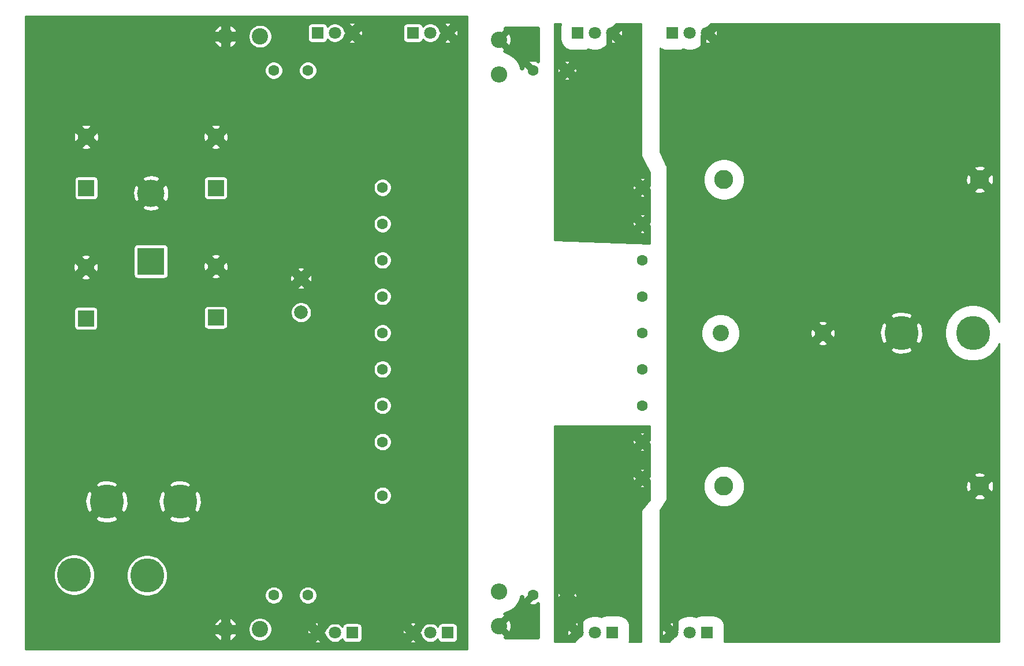
<source format=gbr>
G04 #@! TF.GenerationSoftware,KiCad,Pcbnew,(5.1.2)-1*
G04 #@! TF.CreationDate,2019-07-12T20:41:11-07:00*
G04 #@! TF.ProjectId,1000WConverter_r1_pwr,31303030-5743-46f6-9e76-65727465725f,rev?*
G04 #@! TF.SameCoordinates,Original*
G04 #@! TF.FileFunction,Copper,L1,Top*
G04 #@! TF.FilePolarity,Positive*
%FSLAX46Y46*%
G04 Gerber Fmt 4.6, Leading zero omitted, Abs format (unit mm)*
G04 Created by KiCad (PCBNEW (5.1.2)-1) date 2019-07-12 20:41:11*
%MOMM*%
%LPD*%
G04 APERTURE LIST*
%ADD10R,2.400000X2.400000*%
%ADD11C,2.400000*%
%ADD12O,2.400000X2.400000*%
%ADD13C,1.600000*%
%ADD14C,1.800000*%
%ADD15R,1.800000X1.800000*%
%ADD16C,2.000000*%
%ADD17C,2.800000*%
%ADD18C,5.000000*%
%ADD19C,4.000000*%
%ADD20R,4.000000X4.000000*%
%ADD21C,0.406400*%
%ADD22C,0.863600*%
%ADD23C,0.254000*%
%ADD24C,0.500000*%
G04 APERTURE END LIST*
D10*
X-43500000Y21250000D03*
D11*
X-43500000Y28750000D03*
X-62500000Y28750000D03*
D10*
X-62500000Y21250000D03*
X-43500000Y2250000D03*
D11*
X-43500000Y9750000D03*
X-62522499Y9625002D03*
D10*
X-62522499Y2125002D03*
D12*
X-2000000Y-37920000D03*
D11*
X-2000000Y-43000000D03*
X-2000000Y43000000D03*
D12*
X-2000000Y37920000D03*
D13*
X-19050000Y-23860000D03*
X19050000Y-21320000D03*
X19050000Y21320000D03*
X19050000Y15990000D03*
X19050000Y10660000D03*
X19050000Y5330000D03*
X19050000Y-15990000D03*
X19050000Y-10660000D03*
X19050000Y-5330000D03*
X19050000Y0D03*
X-19050000Y0D03*
X-19050000Y-5330000D03*
X-19050000Y-10660000D03*
X-19050000Y-15990000D03*
X-19050000Y5330000D03*
X-19050000Y10660000D03*
X-19050000Y15990000D03*
X-19050000Y21320000D03*
D14*
X28540000Y44000000D03*
D15*
X23460000Y44000000D03*
D14*
X26000000Y44000000D03*
X12100000Y44000000D03*
D15*
X9560000Y44000000D03*
D14*
X14640000Y44000000D03*
X9560000Y-44000000D03*
D15*
X14640000Y-44000000D03*
D14*
X12100000Y-44000000D03*
X26000000Y-44000000D03*
D15*
X28540000Y-44000000D03*
D14*
X23460000Y-44000000D03*
X-9510000Y44000000D03*
D15*
X-14590000Y44000000D03*
D14*
X-12050000Y44000000D03*
X-26050000Y44000000D03*
D15*
X-28590000Y44000000D03*
D14*
X-23510000Y44000000D03*
D16*
X-31000000Y3000000D03*
X-31000000Y8000000D03*
D11*
X45500000Y-50000D03*
X30500000Y-50000D03*
D17*
X31000000Y-22500000D03*
X68500000Y-22500000D03*
X31000000Y22500000D03*
X68500000Y22500000D03*
D18*
X57000000Y0D03*
X67500000Y0D03*
D19*
X-53000000Y20500000D03*
D20*
X-53000000Y10500000D03*
D14*
X-14590000Y-44000000D03*
D15*
X-9510000Y-44000000D03*
D14*
X-12050000Y-44000000D03*
X-26050000Y-44000000D03*
D15*
X-23510000Y-44000000D03*
D14*
X-28590000Y-44000000D03*
D13*
X-30000000Y38500000D03*
X-35000000Y38500000D03*
X-35000000Y-38500000D03*
X-30000000Y-38500000D03*
X8000000Y38500000D03*
X3000000Y38500000D03*
X3000000Y-38500000D03*
X8000000Y-38500000D03*
D12*
X-42080000Y-43500000D03*
D11*
X-37000000Y-43500000D03*
D12*
X-42080000Y43500000D03*
D11*
X-37000000Y43500000D03*
D18*
X-64250000Y-35500000D03*
X-59500000Y-24750000D03*
X-53569998Y-35587499D03*
X-48750000Y-24750000D03*
D21*
X23510000Y-40400000D02*
X23510000Y-34590000D01*
X23510000Y-34590000D02*
X24100000Y-34000000D01*
D22*
X23500000Y-40400000D02*
X23510000Y-40400000D01*
X22200000Y-42690000D02*
X22200000Y-42600000D01*
X28540000Y44000000D02*
X28000000Y43460000D01*
X28000000Y43460000D02*
X28000000Y41000000D01*
X23460000Y-44000000D02*
X23900000Y-43560000D01*
X23900000Y-43560000D02*
X23900000Y-42100000D01*
X-28590000Y-44000000D02*
X-29090000Y-44500000D01*
X-29090000Y-44500000D02*
X-32800000Y-44500000D01*
X-28590000Y-44000000D02*
X-28100000Y-43510000D01*
X-28100000Y-43510000D02*
X-28100000Y-41400000D01*
X-28590000Y-44000000D02*
X-30300000Y-42290000D01*
X-30300000Y-42290000D02*
X-30300000Y-42100000D01*
X-14590000Y-44000000D02*
X-15090000Y-44500000D01*
X-15090000Y-44500000D02*
X-17900000Y-44500000D01*
X-14590000Y-44000000D02*
X-13800000Y-43210000D01*
X-13800000Y-43210000D02*
X-13800000Y-41200000D01*
X-14590000Y-44000000D02*
X-16000000Y-42590000D01*
X-16000000Y-42590000D02*
X-16000000Y-42300000D01*
D21*
X8050000Y-42540000D02*
X8050000Y-41800000D01*
X8050000Y-41800000D02*
X8050000Y-36750000D01*
D22*
X8050000Y-42540000D02*
X8050000Y-41950000D01*
X8050000Y-41950000D02*
X8200000Y-41800000D01*
X8200000Y-41800000D02*
X8050000Y-41800000D01*
X9560000Y-44000000D02*
X10000000Y-43560000D01*
X10000000Y-43560000D02*
X10000000Y-42000000D01*
X14640000Y44000000D02*
X14200000Y43560000D01*
X14200000Y43560000D02*
X14200000Y41800000D01*
D23*
G36*
X-6627000Y-46423000D02*
G01*
X-71423000Y-46423000D01*
X-71423000Y-45291050D01*
X-29070706Y-45291050D01*
X-28963077Y-45488343D01*
X-28665548Y-45532529D01*
X-28365115Y-45517820D01*
X-28216923Y-45488343D01*
X-28109294Y-45291050D01*
X-28590000Y-44810344D01*
X-29070706Y-45291050D01*
X-71423000Y-45291050D01*
X-71423000Y-44337331D01*
X-43703825Y-44337331D01*
X-43678377Y-44384978D01*
X-43475014Y-44679801D01*
X-43218041Y-44929285D01*
X-42917334Y-45123842D01*
X-42653000Y-45078088D01*
X-42653000Y-44073000D01*
X-41507000Y-44073000D01*
X-41507000Y-45078088D01*
X-41242666Y-45123842D01*
X-40941959Y-44929285D01*
X-40684986Y-44679801D01*
X-40481623Y-44384978D01*
X-40456175Y-44337331D01*
X-40511113Y-44073000D01*
X-41507000Y-44073000D01*
X-42653000Y-44073000D01*
X-43648887Y-44073000D01*
X-43703825Y-44337331D01*
X-71423000Y-44337331D01*
X-71423000Y-43329905D01*
X-38727000Y-43329905D01*
X-38727000Y-43670095D01*
X-38660632Y-44003747D01*
X-38530447Y-44318041D01*
X-38341448Y-44600898D01*
X-38100898Y-44841448D01*
X-37818041Y-45030447D01*
X-37503747Y-45160632D01*
X-37170095Y-45227000D01*
X-36829905Y-45227000D01*
X-36496253Y-45160632D01*
X-36181959Y-45030447D01*
X-35899102Y-44841448D01*
X-35658552Y-44600898D01*
X-35469553Y-44318041D01*
X-35339368Y-44003747D01*
X-35323596Y-43924452D01*
X-30122529Y-43924452D01*
X-30107820Y-44224885D01*
X-30078343Y-44373077D01*
X-29881050Y-44480706D01*
X-29400344Y-44000000D01*
X-27779656Y-44000000D01*
X-27436749Y-44342907D01*
X-27422162Y-44416241D01*
X-27314591Y-44675938D01*
X-27158424Y-44909660D01*
X-26959660Y-45108424D01*
X-26725938Y-45264591D01*
X-26466241Y-45372162D01*
X-26190547Y-45427000D01*
X-25909453Y-45427000D01*
X-25633759Y-45372162D01*
X-25374062Y-45264591D01*
X-25140340Y-45108424D01*
X-24941576Y-44909660D01*
X-24938980Y-44905775D01*
X-24929374Y-45003310D01*
X-24899239Y-45102650D01*
X-24850304Y-45194202D01*
X-24784448Y-45274448D01*
X-24704202Y-45340304D01*
X-24612650Y-45389239D01*
X-24513310Y-45419374D01*
X-24410000Y-45429549D01*
X-22610000Y-45429549D01*
X-22506690Y-45419374D01*
X-22407350Y-45389239D01*
X-22315798Y-45340304D01*
X-22255782Y-45291050D01*
X-15070706Y-45291050D01*
X-14963077Y-45488343D01*
X-14665548Y-45532529D01*
X-14365115Y-45517820D01*
X-14216923Y-45488343D01*
X-14109294Y-45291050D01*
X-14590000Y-44810344D01*
X-15070706Y-45291050D01*
X-22255782Y-45291050D01*
X-22235552Y-45274448D01*
X-22169696Y-45194202D01*
X-22120761Y-45102650D01*
X-22090626Y-45003310D01*
X-22080451Y-44900000D01*
X-22080451Y-43924452D01*
X-16122529Y-43924452D01*
X-16107820Y-44224885D01*
X-16078343Y-44373077D01*
X-15881050Y-44480706D01*
X-15400344Y-44000000D01*
X-13779656Y-44000000D01*
X-13436749Y-44342907D01*
X-13422162Y-44416241D01*
X-13314591Y-44675938D01*
X-13158424Y-44909660D01*
X-12959660Y-45108424D01*
X-12725938Y-45264591D01*
X-12466241Y-45372162D01*
X-12190547Y-45427000D01*
X-11909453Y-45427000D01*
X-11633759Y-45372162D01*
X-11374062Y-45264591D01*
X-11140340Y-45108424D01*
X-10941576Y-44909660D01*
X-10938980Y-44905775D01*
X-10929374Y-45003310D01*
X-10899239Y-45102650D01*
X-10850304Y-45194202D01*
X-10784448Y-45274448D01*
X-10704202Y-45340304D01*
X-10612650Y-45389239D01*
X-10513310Y-45419374D01*
X-10410000Y-45429549D01*
X-8610000Y-45429549D01*
X-8506690Y-45419374D01*
X-8407350Y-45389239D01*
X-8315798Y-45340304D01*
X-8235552Y-45274448D01*
X-8169696Y-45194202D01*
X-8120761Y-45102650D01*
X-8090626Y-45003310D01*
X-8080451Y-44900000D01*
X-8080451Y-43100000D01*
X-8090626Y-42996690D01*
X-8120761Y-42897350D01*
X-8169696Y-42805798D01*
X-8235552Y-42725552D01*
X-8315798Y-42659696D01*
X-8407350Y-42610761D01*
X-8506690Y-42580626D01*
X-8610000Y-42570451D01*
X-10410000Y-42570451D01*
X-10513310Y-42580626D01*
X-10612650Y-42610761D01*
X-10704202Y-42659696D01*
X-10784448Y-42725552D01*
X-10850304Y-42805798D01*
X-10899239Y-42897350D01*
X-10929374Y-42996690D01*
X-10938980Y-43094225D01*
X-10941576Y-43090340D01*
X-11140340Y-42891576D01*
X-11374062Y-42735409D01*
X-11633759Y-42627838D01*
X-11909453Y-42573000D01*
X-12190547Y-42573000D01*
X-12466241Y-42627838D01*
X-12725938Y-42735409D01*
X-12959660Y-42891576D01*
X-13158424Y-43090340D01*
X-13314591Y-43324062D01*
X-13422162Y-43583759D01*
X-13436749Y-43657093D01*
X-13779656Y-44000000D01*
X-15400344Y-44000000D01*
X-15881050Y-43519294D01*
X-16078343Y-43626923D01*
X-16122529Y-43924452D01*
X-22080451Y-43924452D01*
X-22080451Y-43100000D01*
X-22090626Y-42996690D01*
X-22120761Y-42897350D01*
X-22169696Y-42805798D01*
X-22235552Y-42725552D01*
X-22255781Y-42708950D01*
X-15070706Y-42708950D01*
X-14590000Y-43189656D01*
X-14109294Y-42708950D01*
X-14216923Y-42511657D01*
X-14514452Y-42467471D01*
X-14814885Y-42482180D01*
X-14963077Y-42511657D01*
X-15070706Y-42708950D01*
X-22255781Y-42708950D01*
X-22315798Y-42659696D01*
X-22407350Y-42610761D01*
X-22506690Y-42580626D01*
X-22610000Y-42570451D01*
X-24410000Y-42570451D01*
X-24513310Y-42580626D01*
X-24612650Y-42610761D01*
X-24704202Y-42659696D01*
X-24784448Y-42725552D01*
X-24850304Y-42805798D01*
X-24899239Y-42897350D01*
X-24929374Y-42996690D01*
X-24938980Y-43094225D01*
X-24941576Y-43090340D01*
X-25140340Y-42891576D01*
X-25374062Y-42735409D01*
X-25633759Y-42627838D01*
X-25909453Y-42573000D01*
X-26190547Y-42573000D01*
X-26466241Y-42627838D01*
X-26725938Y-42735409D01*
X-26959660Y-42891576D01*
X-27158424Y-43090340D01*
X-27314591Y-43324062D01*
X-27422162Y-43583759D01*
X-27436749Y-43657093D01*
X-27779656Y-44000000D01*
X-29400344Y-44000000D01*
X-29881050Y-43519294D01*
X-30078343Y-43626923D01*
X-30122529Y-43924452D01*
X-35323596Y-43924452D01*
X-35273000Y-43670095D01*
X-35273000Y-43329905D01*
X-35339368Y-42996253D01*
X-35458372Y-42708950D01*
X-29070706Y-42708950D01*
X-28590000Y-43189656D01*
X-28109294Y-42708950D01*
X-28216923Y-42511657D01*
X-28514452Y-42467471D01*
X-28814885Y-42482180D01*
X-28963077Y-42511657D01*
X-29070706Y-42708950D01*
X-35458372Y-42708950D01*
X-35469553Y-42681959D01*
X-35658552Y-42399102D01*
X-35899102Y-42158552D01*
X-36181959Y-41969553D01*
X-36496253Y-41839368D01*
X-36829905Y-41773000D01*
X-37170095Y-41773000D01*
X-37503747Y-41839368D01*
X-37818041Y-41969553D01*
X-38100898Y-42158552D01*
X-38341448Y-42399102D01*
X-38530447Y-42681959D01*
X-38660632Y-42996253D01*
X-38727000Y-43329905D01*
X-71423000Y-43329905D01*
X-71423000Y-42662669D01*
X-43703825Y-42662669D01*
X-43648887Y-42927000D01*
X-42653000Y-42927000D01*
X-42653000Y-41921912D01*
X-41507000Y-41921912D01*
X-41507000Y-42927000D01*
X-40511113Y-42927000D01*
X-40456175Y-42662669D01*
X-40481623Y-42615022D01*
X-40684986Y-42320199D01*
X-40941959Y-42070715D01*
X-41242666Y-41876158D01*
X-41507000Y-41921912D01*
X-42653000Y-41921912D01*
X-42917334Y-41876158D01*
X-43218041Y-42070715D01*
X-43475014Y-42320199D01*
X-43678377Y-42615022D01*
X-43703825Y-42662669D01*
X-71423000Y-42662669D01*
X-71423000Y-35201867D01*
X-67277000Y-35201867D01*
X-67277000Y-35798133D01*
X-67160674Y-36382943D01*
X-66932492Y-36933822D01*
X-66601224Y-37429600D01*
X-66179600Y-37851224D01*
X-65683822Y-38182492D01*
X-65132943Y-38410674D01*
X-64548133Y-38527000D01*
X-63951867Y-38527000D01*
X-63367057Y-38410674D01*
X-62816178Y-38182492D01*
X-62320400Y-37851224D01*
X-61898776Y-37429600D01*
X-61567508Y-36933822D01*
X-61339326Y-36382943D01*
X-61223000Y-35798133D01*
X-61223000Y-35289366D01*
X-56596998Y-35289366D01*
X-56596998Y-35885632D01*
X-56480672Y-36470442D01*
X-56252490Y-37021321D01*
X-55921222Y-37517099D01*
X-55499598Y-37938723D01*
X-55003820Y-38269991D01*
X-54452941Y-38498173D01*
X-53868131Y-38614499D01*
X-53271865Y-38614499D01*
X-52687055Y-38498173D01*
X-52375934Y-38369302D01*
X-36327000Y-38369302D01*
X-36327000Y-38630698D01*
X-36276004Y-38887072D01*
X-36175972Y-39128570D01*
X-36030748Y-39345913D01*
X-35845913Y-39530748D01*
X-35628570Y-39675972D01*
X-35387072Y-39776004D01*
X-35130698Y-39827000D01*
X-34869302Y-39827000D01*
X-34612928Y-39776004D01*
X-34371430Y-39675972D01*
X-34154087Y-39530748D01*
X-33969252Y-39345913D01*
X-33824028Y-39128570D01*
X-33723996Y-38887072D01*
X-33673000Y-38630698D01*
X-33673000Y-38369302D01*
X-31327000Y-38369302D01*
X-31327000Y-38630698D01*
X-31276004Y-38887072D01*
X-31175972Y-39128570D01*
X-31030748Y-39345913D01*
X-30845913Y-39530748D01*
X-30628570Y-39675972D01*
X-30387072Y-39776004D01*
X-30130698Y-39827000D01*
X-29869302Y-39827000D01*
X-29612928Y-39776004D01*
X-29371430Y-39675972D01*
X-29154087Y-39530748D01*
X-28969252Y-39345913D01*
X-28824028Y-39128570D01*
X-28723996Y-38887072D01*
X-28673000Y-38630698D01*
X-28673000Y-38369302D01*
X-28723996Y-38112928D01*
X-28824028Y-37871430D01*
X-28969252Y-37654087D01*
X-29154087Y-37469252D01*
X-29371430Y-37324028D01*
X-29612928Y-37223996D01*
X-29869302Y-37173000D01*
X-30130698Y-37173000D01*
X-30387072Y-37223996D01*
X-30628570Y-37324028D01*
X-30845913Y-37469252D01*
X-31030748Y-37654087D01*
X-31175972Y-37871430D01*
X-31276004Y-38112928D01*
X-31327000Y-38369302D01*
X-33673000Y-38369302D01*
X-33723996Y-38112928D01*
X-33824028Y-37871430D01*
X-33969252Y-37654087D01*
X-34154087Y-37469252D01*
X-34371430Y-37324028D01*
X-34612928Y-37223996D01*
X-34869302Y-37173000D01*
X-35130698Y-37173000D01*
X-35387072Y-37223996D01*
X-35628570Y-37324028D01*
X-35845913Y-37469252D01*
X-36030748Y-37654087D01*
X-36175972Y-37871430D01*
X-36276004Y-38112928D01*
X-36327000Y-38369302D01*
X-52375934Y-38369302D01*
X-52136176Y-38269991D01*
X-51640398Y-37938723D01*
X-51218774Y-37517099D01*
X-50887506Y-37021321D01*
X-50659324Y-36470442D01*
X-50542998Y-35885632D01*
X-50542998Y-35289366D01*
X-50659324Y-34704556D01*
X-50887506Y-34153677D01*
X-51218774Y-33657899D01*
X-51640398Y-33236275D01*
X-52136176Y-32905007D01*
X-52687055Y-32676825D01*
X-53271865Y-32560499D01*
X-53868131Y-32560499D01*
X-54452941Y-32676825D01*
X-55003820Y-32905007D01*
X-55499598Y-33236275D01*
X-55921222Y-33657899D01*
X-56252490Y-34153677D01*
X-56480672Y-34704556D01*
X-56596998Y-35289366D01*
X-61223000Y-35289366D01*
X-61223000Y-35201867D01*
X-61339326Y-34617057D01*
X-61567508Y-34066178D01*
X-61898776Y-33570400D01*
X-62320400Y-33148776D01*
X-62816178Y-32817508D01*
X-63367057Y-32589326D01*
X-63951867Y-32473000D01*
X-64548133Y-32473000D01*
X-65132943Y-32589326D01*
X-65683822Y-32817508D01*
X-66179600Y-33148776D01*
X-66601224Y-33570400D01*
X-66932492Y-34066178D01*
X-67160674Y-34617057D01*
X-67277000Y-35201867D01*
X-71423000Y-35201867D01*
X-71423000Y-27226907D01*
X-61166562Y-27226907D01*
X-60852362Y-27586212D01*
X-60273059Y-27795549D01*
X-59664047Y-27887846D01*
X-59048732Y-27859557D01*
X-58450757Y-27711770D01*
X-58147638Y-27586212D01*
X-57833438Y-27226907D01*
X-50416562Y-27226907D01*
X-50102362Y-27586212D01*
X-49523059Y-27795549D01*
X-48914047Y-27887846D01*
X-48298732Y-27859557D01*
X-47700757Y-27711770D01*
X-47397638Y-27586212D01*
X-47083438Y-27226907D01*
X-48750000Y-25560344D01*
X-50416562Y-27226907D01*
X-57833438Y-27226907D01*
X-59500000Y-25560344D01*
X-61166562Y-27226907D01*
X-71423000Y-27226907D01*
X-71423000Y-24585953D01*
X-62637846Y-24585953D01*
X-62609557Y-25201268D01*
X-62461770Y-25799243D01*
X-62336212Y-26102362D01*
X-61976907Y-26416562D01*
X-60310344Y-24750000D01*
X-58689656Y-24750000D01*
X-57023093Y-26416562D01*
X-56663788Y-26102362D01*
X-56454451Y-25523059D01*
X-56362154Y-24914047D01*
X-56377238Y-24585953D01*
X-51887846Y-24585953D01*
X-51859557Y-25201268D01*
X-51711770Y-25799243D01*
X-51586212Y-26102362D01*
X-51226907Y-26416562D01*
X-49560344Y-24750000D01*
X-47939656Y-24750000D01*
X-46273093Y-26416562D01*
X-45913788Y-26102362D01*
X-45704451Y-25523059D01*
X-45612154Y-24914047D01*
X-45640443Y-24298732D01*
X-45781175Y-23729302D01*
X-20377000Y-23729302D01*
X-20377000Y-23990698D01*
X-20326004Y-24247072D01*
X-20225972Y-24488570D01*
X-20080748Y-24705913D01*
X-19895913Y-24890748D01*
X-19678570Y-25035972D01*
X-19437072Y-25136004D01*
X-19180698Y-25187000D01*
X-18919302Y-25187000D01*
X-18662928Y-25136004D01*
X-18421430Y-25035972D01*
X-18204087Y-24890748D01*
X-18019252Y-24705913D01*
X-17874028Y-24488570D01*
X-17773996Y-24247072D01*
X-17723000Y-23990698D01*
X-17723000Y-23729302D01*
X-17773996Y-23472928D01*
X-17874028Y-23231430D01*
X-18019252Y-23014087D01*
X-18204087Y-22829252D01*
X-18421430Y-22684028D01*
X-18662928Y-22583996D01*
X-18919302Y-22533000D01*
X-19180698Y-22533000D01*
X-19437072Y-22583996D01*
X-19678570Y-22684028D01*
X-19895913Y-22829252D01*
X-20080748Y-23014087D01*
X-20225972Y-23231430D01*
X-20326004Y-23472928D01*
X-20377000Y-23729302D01*
X-45781175Y-23729302D01*
X-45788230Y-23700757D01*
X-45913788Y-23397638D01*
X-46273093Y-23083438D01*
X-47939656Y-24750000D01*
X-49560344Y-24750000D01*
X-51226907Y-23083438D01*
X-51586212Y-23397638D01*
X-51795549Y-23976941D01*
X-51887846Y-24585953D01*
X-56377238Y-24585953D01*
X-56390443Y-24298732D01*
X-56538230Y-23700757D01*
X-56663788Y-23397638D01*
X-57023093Y-23083438D01*
X-58689656Y-24750000D01*
X-60310344Y-24750000D01*
X-61976907Y-23083438D01*
X-62336212Y-23397638D01*
X-62545549Y-23976941D01*
X-62637846Y-24585953D01*
X-71423000Y-24585953D01*
X-71423000Y-22273093D01*
X-61166562Y-22273093D01*
X-59500000Y-23939656D01*
X-57833438Y-22273093D01*
X-50416562Y-22273093D01*
X-48750000Y-23939656D01*
X-47083438Y-22273093D01*
X-47397638Y-21913788D01*
X-47976941Y-21704451D01*
X-48585953Y-21612154D01*
X-49201268Y-21640443D01*
X-49799243Y-21788230D01*
X-50102362Y-21913788D01*
X-50416562Y-22273093D01*
X-57833438Y-22273093D01*
X-58147638Y-21913788D01*
X-58726941Y-21704451D01*
X-59335953Y-21612154D01*
X-59951268Y-21640443D01*
X-60549243Y-21788230D01*
X-60852362Y-21913788D01*
X-61166562Y-22273093D01*
X-71423000Y-22273093D01*
X-71423000Y-15859302D01*
X-20377000Y-15859302D01*
X-20377000Y-16120698D01*
X-20326004Y-16377072D01*
X-20225972Y-16618570D01*
X-20080748Y-16835913D01*
X-19895913Y-17020748D01*
X-19678570Y-17165972D01*
X-19437072Y-17266004D01*
X-19180698Y-17317000D01*
X-18919302Y-17317000D01*
X-18662928Y-17266004D01*
X-18421430Y-17165972D01*
X-18204087Y-17020748D01*
X-18019252Y-16835913D01*
X-17874028Y-16618570D01*
X-17773996Y-16377072D01*
X-17723000Y-16120698D01*
X-17723000Y-15859302D01*
X-17773996Y-15602928D01*
X-17874028Y-15361430D01*
X-18019252Y-15144087D01*
X-18204087Y-14959252D01*
X-18421430Y-14814028D01*
X-18662928Y-14713996D01*
X-18919302Y-14663000D01*
X-19180698Y-14663000D01*
X-19437072Y-14713996D01*
X-19678570Y-14814028D01*
X-19895913Y-14959252D01*
X-20080748Y-15144087D01*
X-20225972Y-15361430D01*
X-20326004Y-15602928D01*
X-20377000Y-15859302D01*
X-71423000Y-15859302D01*
X-71423000Y-10529302D01*
X-20377000Y-10529302D01*
X-20377000Y-10790698D01*
X-20326004Y-11047072D01*
X-20225972Y-11288570D01*
X-20080748Y-11505913D01*
X-19895913Y-11690748D01*
X-19678570Y-11835972D01*
X-19437072Y-11936004D01*
X-19180698Y-11987000D01*
X-18919302Y-11987000D01*
X-18662928Y-11936004D01*
X-18421430Y-11835972D01*
X-18204087Y-11690748D01*
X-18019252Y-11505913D01*
X-17874028Y-11288570D01*
X-17773996Y-11047072D01*
X-17723000Y-10790698D01*
X-17723000Y-10529302D01*
X-17773996Y-10272928D01*
X-17874028Y-10031430D01*
X-18019252Y-9814087D01*
X-18204087Y-9629252D01*
X-18421430Y-9484028D01*
X-18662928Y-9383996D01*
X-18919302Y-9333000D01*
X-19180698Y-9333000D01*
X-19437072Y-9383996D01*
X-19678570Y-9484028D01*
X-19895913Y-9629252D01*
X-20080748Y-9814087D01*
X-20225972Y-10031430D01*
X-20326004Y-10272928D01*
X-20377000Y-10529302D01*
X-71423000Y-10529302D01*
X-71423000Y-5199302D01*
X-20377000Y-5199302D01*
X-20377000Y-5460698D01*
X-20326004Y-5717072D01*
X-20225972Y-5958570D01*
X-20080748Y-6175913D01*
X-19895913Y-6360748D01*
X-19678570Y-6505972D01*
X-19437072Y-6606004D01*
X-19180698Y-6657000D01*
X-18919302Y-6657000D01*
X-18662928Y-6606004D01*
X-18421430Y-6505972D01*
X-18204087Y-6360748D01*
X-18019252Y-6175913D01*
X-17874028Y-5958570D01*
X-17773996Y-5717072D01*
X-17723000Y-5460698D01*
X-17723000Y-5199302D01*
X-17773996Y-4942928D01*
X-17874028Y-4701430D01*
X-18019252Y-4484087D01*
X-18204087Y-4299252D01*
X-18421430Y-4154028D01*
X-18662928Y-4053996D01*
X-18919302Y-4003000D01*
X-19180698Y-4003000D01*
X-19437072Y-4053996D01*
X-19678570Y-4154028D01*
X-19895913Y-4299252D01*
X-20080748Y-4484087D01*
X-20225972Y-4701430D01*
X-20326004Y-4942928D01*
X-20377000Y-5199302D01*
X-71423000Y-5199302D01*
X-71423000Y130698D01*
X-20377000Y130698D01*
X-20377000Y-130698D01*
X-20326004Y-387072D01*
X-20225972Y-628570D01*
X-20080748Y-845913D01*
X-19895913Y-1030748D01*
X-19678570Y-1175972D01*
X-19437072Y-1276004D01*
X-19180698Y-1327000D01*
X-18919302Y-1327000D01*
X-18662928Y-1276004D01*
X-18421430Y-1175972D01*
X-18204087Y-1030748D01*
X-18019252Y-845913D01*
X-17874028Y-628570D01*
X-17773996Y-387072D01*
X-17723000Y-130698D01*
X-17723000Y130698D01*
X-17773996Y387072D01*
X-17874028Y628570D01*
X-18019252Y845913D01*
X-18204087Y1030748D01*
X-18421430Y1175972D01*
X-18662928Y1276004D01*
X-18919302Y1327000D01*
X-19180698Y1327000D01*
X-19437072Y1276004D01*
X-19678570Y1175972D01*
X-19895913Y1030748D01*
X-20080748Y845913D01*
X-20225972Y628570D01*
X-20326004Y387072D01*
X-20377000Y130698D01*
X-71423000Y130698D01*
X-71423000Y3325002D01*
X-64252048Y3325002D01*
X-64252048Y925002D01*
X-64241873Y821692D01*
X-64211738Y722352D01*
X-64162803Y630800D01*
X-64096947Y550554D01*
X-64016701Y484698D01*
X-63925149Y435763D01*
X-63825809Y405628D01*
X-63722499Y395453D01*
X-61322499Y395453D01*
X-61219189Y405628D01*
X-61119849Y435763D01*
X-61028297Y484698D01*
X-60948051Y550554D01*
X-60882195Y630800D01*
X-60833260Y722352D01*
X-60803125Y821692D01*
X-60792950Y925002D01*
X-60792950Y3325002D01*
X-60803125Y3428312D01*
X-60809704Y3450000D01*
X-45229549Y3450000D01*
X-45229549Y1050000D01*
X-45219374Y946690D01*
X-45189239Y847350D01*
X-45140304Y755798D01*
X-45074448Y675552D01*
X-44994202Y609696D01*
X-44902650Y560761D01*
X-44803310Y530626D01*
X-44700000Y520451D01*
X-42300000Y520451D01*
X-42196690Y530626D01*
X-42097350Y560761D01*
X-42005798Y609696D01*
X-41925552Y675552D01*
X-41859696Y755798D01*
X-41810761Y847350D01*
X-41780626Y946690D01*
X-41770451Y1050000D01*
X-41770451Y3150396D01*
X-32527000Y3150396D01*
X-32527000Y2849604D01*
X-32468319Y2554590D01*
X-32353210Y2276694D01*
X-32186099Y2026594D01*
X-31973406Y1813901D01*
X-31723306Y1646790D01*
X-31445410Y1531681D01*
X-31150396Y1473000D01*
X-30849604Y1473000D01*
X-30554590Y1531681D01*
X-30276694Y1646790D01*
X-30026594Y1813901D01*
X-29813901Y2026594D01*
X-29646790Y2276694D01*
X-29531681Y2554590D01*
X-29473000Y2849604D01*
X-29473000Y3150396D01*
X-29531681Y3445410D01*
X-29646790Y3723306D01*
X-29813901Y3973406D01*
X-30026594Y4186099D01*
X-30276694Y4353210D01*
X-30554590Y4468319D01*
X-30849604Y4527000D01*
X-31150396Y4527000D01*
X-31445410Y4468319D01*
X-31723306Y4353210D01*
X-31973406Y4186099D01*
X-32186099Y3973406D01*
X-32353210Y3723306D01*
X-32468319Y3445410D01*
X-32527000Y3150396D01*
X-41770451Y3150396D01*
X-41770451Y3450000D01*
X-41780626Y3553310D01*
X-41810761Y3652650D01*
X-41859696Y3744202D01*
X-41925552Y3824448D01*
X-42005798Y3890304D01*
X-42097350Y3939239D01*
X-42196690Y3969374D01*
X-42300000Y3979549D01*
X-44700000Y3979549D01*
X-44803310Y3969374D01*
X-44902650Y3939239D01*
X-44994202Y3890304D01*
X-45074448Y3824448D01*
X-45140304Y3744202D01*
X-45189239Y3652650D01*
X-45219374Y3553310D01*
X-45229549Y3450000D01*
X-60809704Y3450000D01*
X-60833260Y3527652D01*
X-60882195Y3619204D01*
X-60948051Y3699450D01*
X-61028297Y3765306D01*
X-61119849Y3814241D01*
X-61219189Y3844376D01*
X-61322499Y3854551D01*
X-63722499Y3854551D01*
X-63825809Y3844376D01*
X-63925149Y3814241D01*
X-64016701Y3765306D01*
X-64096947Y3699450D01*
X-64162803Y3619204D01*
X-64211738Y3527652D01*
X-64241873Y3428312D01*
X-64252048Y3325002D01*
X-71423000Y3325002D01*
X-71423000Y5460698D01*
X-20377000Y5460698D01*
X-20377000Y5199302D01*
X-20326004Y4942928D01*
X-20225972Y4701430D01*
X-20080748Y4484087D01*
X-19895913Y4299252D01*
X-19678570Y4154028D01*
X-19437072Y4053996D01*
X-19180698Y4003000D01*
X-18919302Y4003000D01*
X-18662928Y4053996D01*
X-18421430Y4154028D01*
X-18204087Y4299252D01*
X-18019252Y4484087D01*
X-17874028Y4701430D01*
X-17773996Y4942928D01*
X-17723000Y5199302D01*
X-17723000Y5460698D01*
X-17773996Y5717072D01*
X-17874028Y5958570D01*
X-18019252Y6175913D01*
X-18204087Y6360748D01*
X-18421430Y6505972D01*
X-18662928Y6606004D01*
X-18919302Y6657000D01*
X-19180698Y6657000D01*
X-19437072Y6606004D01*
X-19678570Y6505972D01*
X-19895913Y6360748D01*
X-20080748Y6175913D01*
X-20225972Y5958570D01*
X-20326004Y5717072D01*
X-20377000Y5460698D01*
X-71423000Y5460698D01*
X-71423000Y6631367D01*
X-31558289Y6631367D01*
X-31436432Y6424457D01*
X-31120673Y6369587D01*
X-30800277Y6377373D01*
X-30563568Y6424457D01*
X-30441711Y6631367D01*
X-31000000Y7189656D01*
X-31558289Y6631367D01*
X-71423000Y6631367D01*
X-71423000Y8103807D01*
X-63233350Y8103807D01*
X-63084104Y7877173D01*
X-62732329Y7801193D01*
X-62372489Y7795301D01*
X-62018415Y7859723D01*
X-61960894Y7877173D01*
X-61811648Y8103807D01*
X-62522499Y8814658D01*
X-63233350Y8103807D01*
X-71423000Y8103807D01*
X-71423000Y9474992D01*
X-64352200Y9474992D01*
X-64287778Y9120918D01*
X-64270328Y9063397D01*
X-64043694Y8914151D01*
X-63332843Y9625002D01*
X-61712155Y9625002D01*
X-61001304Y8914151D01*
X-60774670Y9063397D01*
X-60698690Y9415172D01*
X-60692798Y9775012D01*
X-60757220Y10129086D01*
X-60774670Y10186607D01*
X-61001304Y10335853D01*
X-61712155Y9625002D01*
X-63332843Y9625002D01*
X-64043694Y10335853D01*
X-64270328Y10186607D01*
X-64346308Y9834832D01*
X-64352200Y9474992D01*
X-71423000Y9474992D01*
X-71423000Y11146197D01*
X-63233350Y11146197D01*
X-62522499Y10435346D01*
X-61811648Y11146197D01*
X-61960894Y11372831D01*
X-62312669Y11448811D01*
X-62672509Y11454703D01*
X-63026583Y11390281D01*
X-63084104Y11372831D01*
X-63233350Y11146197D01*
X-71423000Y11146197D01*
X-71423000Y12500000D01*
X-55529549Y12500000D01*
X-55529549Y8500000D01*
X-55519374Y8396690D01*
X-55489239Y8297350D01*
X-55440304Y8205798D01*
X-55374448Y8125552D01*
X-55294202Y8059696D01*
X-55202650Y8010761D01*
X-55103310Y7980626D01*
X-55000000Y7970451D01*
X-51000000Y7970451D01*
X-50896690Y7980626D01*
X-50797350Y8010761D01*
X-50705798Y8059696D01*
X-50625552Y8125552D01*
X-50559696Y8205798D01*
X-50547399Y8228805D01*
X-44210851Y8228805D01*
X-44061605Y8002171D01*
X-43709830Y7926191D01*
X-43349990Y7920299D01*
X-42995916Y7984721D01*
X-42938395Y8002171D01*
X-42860358Y8120673D01*
X-32630413Y8120673D01*
X-32622627Y7800277D01*
X-32575543Y7563568D01*
X-32368633Y7441711D01*
X-31810344Y8000000D01*
X-30189656Y8000000D01*
X-29631367Y7441711D01*
X-29424457Y7563568D01*
X-29369587Y7879327D01*
X-29377373Y8199723D01*
X-29424457Y8436432D01*
X-29631367Y8558289D01*
X-30189656Y8000000D01*
X-31810344Y8000000D01*
X-32368633Y8558289D01*
X-32575543Y8436432D01*
X-32630413Y8120673D01*
X-42860358Y8120673D01*
X-42789149Y8228805D01*
X-43500000Y8939656D01*
X-44210851Y8228805D01*
X-50547399Y8228805D01*
X-50510761Y8297350D01*
X-50480626Y8396690D01*
X-50470451Y8500000D01*
X-50470451Y9599990D01*
X-45329701Y9599990D01*
X-45265279Y9245916D01*
X-45247829Y9188395D01*
X-45021195Y9039149D01*
X-44310344Y9750000D01*
X-42689656Y9750000D01*
X-41978805Y9039149D01*
X-41752171Y9188395D01*
X-41713242Y9368633D01*
X-31558289Y9368633D01*
X-31000000Y8810344D01*
X-30441711Y9368633D01*
X-30563568Y9575543D01*
X-30879327Y9630413D01*
X-31199723Y9622627D01*
X-31436432Y9575543D01*
X-31558289Y9368633D01*
X-41713242Y9368633D01*
X-41676191Y9540170D01*
X-41670299Y9900010D01*
X-41734721Y10254084D01*
X-41752171Y10311605D01*
X-41978805Y10460851D01*
X-42689656Y9750000D01*
X-44310344Y9750000D01*
X-45021195Y10460851D01*
X-45247829Y10311605D01*
X-45323809Y9959830D01*
X-45329701Y9599990D01*
X-50470451Y9599990D01*
X-50470451Y11271195D01*
X-44210851Y11271195D01*
X-43500000Y10560344D01*
X-43269646Y10790698D01*
X-20377000Y10790698D01*
X-20377000Y10529302D01*
X-20326004Y10272928D01*
X-20225972Y10031430D01*
X-20080748Y9814087D01*
X-19895913Y9629252D01*
X-19678570Y9484028D01*
X-19437072Y9383996D01*
X-19180698Y9333000D01*
X-18919302Y9333000D01*
X-18662928Y9383996D01*
X-18421430Y9484028D01*
X-18204087Y9629252D01*
X-18019252Y9814087D01*
X-17874028Y10031430D01*
X-17773996Y10272928D01*
X-17723000Y10529302D01*
X-17723000Y10790698D01*
X-17773996Y11047072D01*
X-17874028Y11288570D01*
X-18019252Y11505913D01*
X-18204087Y11690748D01*
X-18421430Y11835972D01*
X-18662928Y11936004D01*
X-18919302Y11987000D01*
X-19180698Y11987000D01*
X-19437072Y11936004D01*
X-19678570Y11835972D01*
X-19895913Y11690748D01*
X-20080748Y11505913D01*
X-20225972Y11288570D01*
X-20326004Y11047072D01*
X-20377000Y10790698D01*
X-43269646Y10790698D01*
X-42789149Y11271195D01*
X-42938395Y11497829D01*
X-43290170Y11573809D01*
X-43650010Y11579701D01*
X-44004084Y11515279D01*
X-44061605Y11497829D01*
X-44210851Y11271195D01*
X-50470451Y11271195D01*
X-50470451Y12500000D01*
X-50480626Y12603310D01*
X-50510761Y12702650D01*
X-50559696Y12794202D01*
X-50625552Y12874448D01*
X-50705798Y12940304D01*
X-50797350Y12989239D01*
X-50896690Y13019374D01*
X-51000000Y13029549D01*
X-55000000Y13029549D01*
X-55103310Y13019374D01*
X-55202650Y12989239D01*
X-55294202Y12940304D01*
X-55374448Y12874448D01*
X-55440304Y12794202D01*
X-55489239Y12702650D01*
X-55519374Y12603310D01*
X-55529549Y12500000D01*
X-71423000Y12500000D01*
X-71423000Y16120698D01*
X-20377000Y16120698D01*
X-20377000Y15859302D01*
X-20326004Y15602928D01*
X-20225972Y15361430D01*
X-20080748Y15144087D01*
X-19895913Y14959252D01*
X-19678570Y14814028D01*
X-19437072Y14713996D01*
X-19180698Y14663000D01*
X-18919302Y14663000D01*
X-18662928Y14713996D01*
X-18421430Y14814028D01*
X-18204087Y14959252D01*
X-18019252Y15144087D01*
X-17874028Y15361430D01*
X-17773996Y15602928D01*
X-17723000Y15859302D01*
X-17723000Y16120698D01*
X-17773996Y16377072D01*
X-17874028Y16618570D01*
X-18019252Y16835913D01*
X-18204087Y17020748D01*
X-18421430Y17165972D01*
X-18662928Y17266004D01*
X-18919302Y17317000D01*
X-19180698Y17317000D01*
X-19437072Y17266004D01*
X-19678570Y17165972D01*
X-19895913Y17020748D01*
X-20080748Y16835913D01*
X-20225972Y16618570D01*
X-20326004Y16377072D01*
X-20377000Y16120698D01*
X-71423000Y16120698D01*
X-71423000Y18386500D01*
X-54303155Y18386500D01*
X-54051021Y18078548D01*
X-53558423Y17920032D01*
X-53044367Y17860662D01*
X-52528604Y17902720D01*
X-52030958Y18044592D01*
X-51948979Y18078548D01*
X-51696845Y18386500D01*
X-53000000Y19689656D01*
X-54303155Y18386500D01*
X-71423000Y18386500D01*
X-71423000Y22450000D01*
X-64229549Y22450000D01*
X-64229549Y20050000D01*
X-64219374Y19946690D01*
X-64189239Y19847350D01*
X-64140304Y19755798D01*
X-64074448Y19675552D01*
X-63994202Y19609696D01*
X-63902650Y19560761D01*
X-63803310Y19530626D01*
X-63700000Y19520451D01*
X-61300000Y19520451D01*
X-61196690Y19530626D01*
X-61097350Y19560761D01*
X-61005798Y19609696D01*
X-60925552Y19675552D01*
X-60859696Y19755798D01*
X-60810761Y19847350D01*
X-60780626Y19946690D01*
X-60770451Y20050000D01*
X-60770451Y20544367D01*
X-55639338Y20544367D01*
X-55597280Y20028604D01*
X-55455408Y19530958D01*
X-55421452Y19448979D01*
X-55113500Y19196845D01*
X-53810344Y20500000D01*
X-52189656Y20500000D01*
X-50886500Y19196845D01*
X-50578548Y19448979D01*
X-50420032Y19941577D01*
X-50360662Y20455633D01*
X-50402720Y20971396D01*
X-50544592Y21469042D01*
X-50578548Y21551021D01*
X-50886500Y21803155D01*
X-52189656Y20500000D01*
X-53810344Y20500000D01*
X-55113500Y21803155D01*
X-55421452Y21551021D01*
X-55579968Y21058423D01*
X-55639338Y20544367D01*
X-60770451Y20544367D01*
X-60770451Y22450000D01*
X-60780626Y22553310D01*
X-60798884Y22613500D01*
X-54303155Y22613500D01*
X-53000000Y21310344D01*
X-51860345Y22450000D01*
X-45229549Y22450000D01*
X-45229549Y20050000D01*
X-45219374Y19946690D01*
X-45189239Y19847350D01*
X-45140304Y19755798D01*
X-45074448Y19675552D01*
X-44994202Y19609696D01*
X-44902650Y19560761D01*
X-44803310Y19530626D01*
X-44700000Y19520451D01*
X-42300000Y19520451D01*
X-42196690Y19530626D01*
X-42097350Y19560761D01*
X-42005798Y19609696D01*
X-41925552Y19675552D01*
X-41859696Y19755798D01*
X-41810761Y19847350D01*
X-41780626Y19946690D01*
X-41770451Y20050000D01*
X-41770451Y21450698D01*
X-20377000Y21450698D01*
X-20377000Y21189302D01*
X-20326004Y20932928D01*
X-20225972Y20691430D01*
X-20080748Y20474087D01*
X-19895913Y20289252D01*
X-19678570Y20144028D01*
X-19437072Y20043996D01*
X-19180698Y19993000D01*
X-18919302Y19993000D01*
X-18662928Y20043996D01*
X-18421430Y20144028D01*
X-18204087Y20289252D01*
X-18019252Y20474087D01*
X-17874028Y20691430D01*
X-17773996Y20932928D01*
X-17723000Y21189302D01*
X-17723000Y21450698D01*
X-17773996Y21707072D01*
X-17874028Y21948570D01*
X-18019252Y22165913D01*
X-18204087Y22350748D01*
X-18421430Y22495972D01*
X-18662928Y22596004D01*
X-18919302Y22647000D01*
X-19180698Y22647000D01*
X-19437072Y22596004D01*
X-19678570Y22495972D01*
X-19895913Y22350748D01*
X-20080748Y22165913D01*
X-20225972Y21948570D01*
X-20326004Y21707072D01*
X-20377000Y21450698D01*
X-41770451Y21450698D01*
X-41770451Y22450000D01*
X-41780626Y22553310D01*
X-41810761Y22652650D01*
X-41859696Y22744202D01*
X-41925552Y22824448D01*
X-42005798Y22890304D01*
X-42097350Y22939239D01*
X-42196690Y22969374D01*
X-42300000Y22979549D01*
X-44700000Y22979549D01*
X-44803310Y22969374D01*
X-44902650Y22939239D01*
X-44994202Y22890304D01*
X-45074448Y22824448D01*
X-45140304Y22744202D01*
X-45189239Y22652650D01*
X-45219374Y22553310D01*
X-45229549Y22450000D01*
X-51860345Y22450000D01*
X-51696845Y22613500D01*
X-51948979Y22921452D01*
X-52441577Y23079968D01*
X-52955633Y23139338D01*
X-53471396Y23097280D01*
X-53969042Y22955408D01*
X-54051021Y22921452D01*
X-54303155Y22613500D01*
X-60798884Y22613500D01*
X-60810761Y22652650D01*
X-60859696Y22744202D01*
X-60925552Y22824448D01*
X-61005798Y22890304D01*
X-61097350Y22939239D01*
X-61196690Y22969374D01*
X-61300000Y22979549D01*
X-63700000Y22979549D01*
X-63803310Y22969374D01*
X-63902650Y22939239D01*
X-63994202Y22890304D01*
X-64074448Y22824448D01*
X-64140304Y22744202D01*
X-64189239Y22652650D01*
X-64219374Y22553310D01*
X-64229549Y22450000D01*
X-71423000Y22450000D01*
X-71423000Y27228805D01*
X-63210851Y27228805D01*
X-63061605Y27002171D01*
X-62709830Y26926191D01*
X-62349990Y26920299D01*
X-61995916Y26984721D01*
X-61938395Y27002171D01*
X-61789149Y27228805D01*
X-44210851Y27228805D01*
X-44061605Y27002171D01*
X-43709830Y26926191D01*
X-43349990Y26920299D01*
X-42995916Y26984721D01*
X-42938395Y27002171D01*
X-42789149Y27228805D01*
X-43500000Y27939656D01*
X-44210851Y27228805D01*
X-61789149Y27228805D01*
X-62500000Y27939656D01*
X-63210851Y27228805D01*
X-71423000Y27228805D01*
X-71423000Y28599990D01*
X-64329701Y28599990D01*
X-64265279Y28245916D01*
X-64247829Y28188395D01*
X-64021195Y28039149D01*
X-63310344Y28750000D01*
X-61689656Y28750000D01*
X-60978805Y28039149D01*
X-60752171Y28188395D01*
X-60676191Y28540170D01*
X-60675212Y28599990D01*
X-45329701Y28599990D01*
X-45265279Y28245916D01*
X-45247829Y28188395D01*
X-45021195Y28039149D01*
X-44310344Y28750000D01*
X-42689656Y28750000D01*
X-41978805Y28039149D01*
X-41752171Y28188395D01*
X-41676191Y28540170D01*
X-41670299Y28900010D01*
X-41734721Y29254084D01*
X-41752171Y29311605D01*
X-41978805Y29460851D01*
X-42689656Y28750000D01*
X-44310344Y28750000D01*
X-45021195Y29460851D01*
X-45247829Y29311605D01*
X-45323809Y28959830D01*
X-45329701Y28599990D01*
X-60675212Y28599990D01*
X-60670299Y28900010D01*
X-60734721Y29254084D01*
X-60752171Y29311605D01*
X-60978805Y29460851D01*
X-61689656Y28750000D01*
X-63310344Y28750000D01*
X-64021195Y29460851D01*
X-64247829Y29311605D01*
X-64323809Y28959830D01*
X-64329701Y28599990D01*
X-71423000Y28599990D01*
X-71423000Y30271195D01*
X-63210851Y30271195D01*
X-62500000Y29560344D01*
X-61789149Y30271195D01*
X-44210851Y30271195D01*
X-43500000Y29560344D01*
X-42789149Y30271195D01*
X-42938395Y30497829D01*
X-43290170Y30573809D01*
X-43650010Y30579701D01*
X-44004084Y30515279D01*
X-44061605Y30497829D01*
X-44210851Y30271195D01*
X-61789149Y30271195D01*
X-61938395Y30497829D01*
X-62290170Y30573809D01*
X-62650010Y30579701D01*
X-63004084Y30515279D01*
X-63061605Y30497829D01*
X-63210851Y30271195D01*
X-71423000Y30271195D01*
X-71423000Y38630698D01*
X-36327000Y38630698D01*
X-36327000Y38369302D01*
X-36276004Y38112928D01*
X-36175972Y37871430D01*
X-36030748Y37654087D01*
X-35845913Y37469252D01*
X-35628570Y37324028D01*
X-35387072Y37223996D01*
X-35130698Y37173000D01*
X-34869302Y37173000D01*
X-34612928Y37223996D01*
X-34371430Y37324028D01*
X-34154087Y37469252D01*
X-33969252Y37654087D01*
X-33824028Y37871430D01*
X-33723996Y38112928D01*
X-33673000Y38369302D01*
X-33673000Y38630698D01*
X-31327000Y38630698D01*
X-31327000Y38369302D01*
X-31276004Y38112928D01*
X-31175972Y37871430D01*
X-31030748Y37654087D01*
X-30845913Y37469252D01*
X-30628570Y37324028D01*
X-30387072Y37223996D01*
X-30130698Y37173000D01*
X-29869302Y37173000D01*
X-29612928Y37223996D01*
X-29371430Y37324028D01*
X-29154087Y37469252D01*
X-28969252Y37654087D01*
X-28824028Y37871430D01*
X-28723996Y38112928D01*
X-28673000Y38369302D01*
X-28673000Y38630698D01*
X-28723996Y38887072D01*
X-28824028Y39128570D01*
X-28969252Y39345913D01*
X-29154087Y39530748D01*
X-29371430Y39675972D01*
X-29612928Y39776004D01*
X-29869302Y39827000D01*
X-30130698Y39827000D01*
X-30387072Y39776004D01*
X-30628570Y39675972D01*
X-30845913Y39530748D01*
X-31030748Y39345913D01*
X-31175972Y39128570D01*
X-31276004Y38887072D01*
X-31327000Y38630698D01*
X-33673000Y38630698D01*
X-33723996Y38887072D01*
X-33824028Y39128570D01*
X-33969252Y39345913D01*
X-34154087Y39530748D01*
X-34371430Y39675972D01*
X-34612928Y39776004D01*
X-34869302Y39827000D01*
X-35130698Y39827000D01*
X-35387072Y39776004D01*
X-35628570Y39675972D01*
X-35845913Y39530748D01*
X-36030748Y39345913D01*
X-36175972Y39128570D01*
X-36276004Y38887072D01*
X-36327000Y38630698D01*
X-71423000Y38630698D01*
X-71423000Y42662669D01*
X-43703825Y42662669D01*
X-43678377Y42615022D01*
X-43475014Y42320199D01*
X-43218041Y42070715D01*
X-42917334Y41876158D01*
X-42653000Y41921912D01*
X-42653000Y42927000D01*
X-41507000Y42927000D01*
X-41507000Y41921912D01*
X-41242666Y41876158D01*
X-40941959Y42070715D01*
X-40684986Y42320199D01*
X-40481623Y42615022D01*
X-40456175Y42662669D01*
X-40511113Y42927000D01*
X-41507000Y42927000D01*
X-42653000Y42927000D01*
X-43648887Y42927000D01*
X-43703825Y42662669D01*
X-71423000Y42662669D01*
X-71423000Y43670095D01*
X-38727000Y43670095D01*
X-38727000Y43329905D01*
X-38660632Y42996253D01*
X-38530447Y42681959D01*
X-38341448Y42399102D01*
X-38100898Y42158552D01*
X-37818041Y41969553D01*
X-37503747Y41839368D01*
X-37170095Y41773000D01*
X-36829905Y41773000D01*
X-36496253Y41839368D01*
X-36181959Y41969553D01*
X-35899102Y42158552D01*
X-35658552Y42399102D01*
X-35469553Y42681959D01*
X-35339368Y42996253D01*
X-35273000Y43329905D01*
X-35273000Y43670095D01*
X-35339368Y44003747D01*
X-35469553Y44318041D01*
X-35658552Y44600898D01*
X-35899102Y44841448D01*
X-35986731Y44900000D01*
X-30019549Y44900000D01*
X-30019549Y43100000D01*
X-30009374Y42996690D01*
X-29979239Y42897350D01*
X-29930304Y42805798D01*
X-29864448Y42725552D01*
X-29784202Y42659696D01*
X-29692650Y42610761D01*
X-29593310Y42580626D01*
X-29490000Y42570451D01*
X-27690000Y42570451D01*
X-27586690Y42580626D01*
X-27487350Y42610761D01*
X-27395798Y42659696D01*
X-27315552Y42725552D01*
X-27249696Y42805798D01*
X-27200761Y42897350D01*
X-27170626Y42996690D01*
X-27161020Y43094225D01*
X-27158424Y43090340D01*
X-26959660Y42891576D01*
X-26725938Y42735409D01*
X-26466241Y42627838D01*
X-26190547Y42573000D01*
X-25909453Y42573000D01*
X-25633759Y42627838D01*
X-25437940Y42708950D01*
X-23990706Y42708950D01*
X-23883077Y42511657D01*
X-23585548Y42467471D01*
X-23285115Y42482180D01*
X-23136923Y42511657D01*
X-23029294Y42708950D01*
X-23510000Y43189656D01*
X-23990706Y42708950D01*
X-25437940Y42708950D01*
X-25374062Y42735409D01*
X-25140340Y42891576D01*
X-24941576Y43090340D01*
X-24785409Y43324062D01*
X-24677838Y43583759D01*
X-24663251Y43657093D01*
X-24320344Y44000000D01*
X-22699656Y44000000D01*
X-22218950Y43519294D01*
X-22021657Y43626923D01*
X-21977471Y43924452D01*
X-21992180Y44224885D01*
X-22021657Y44373077D01*
X-22218950Y44480706D01*
X-22699656Y44000000D01*
X-24320344Y44000000D01*
X-24663251Y44342907D01*
X-24677838Y44416241D01*
X-24785409Y44675938D01*
X-24941576Y44909660D01*
X-25140340Y45108424D01*
X-25374062Y45264591D01*
X-25437939Y45291050D01*
X-23990706Y45291050D01*
X-23510000Y44810344D01*
X-23420344Y44900000D01*
X-16019549Y44900000D01*
X-16019549Y43100000D01*
X-16009374Y42996690D01*
X-15979239Y42897350D01*
X-15930304Y42805798D01*
X-15864448Y42725552D01*
X-15784202Y42659696D01*
X-15692650Y42610761D01*
X-15593310Y42580626D01*
X-15490000Y42570451D01*
X-13690000Y42570451D01*
X-13586690Y42580626D01*
X-13487350Y42610761D01*
X-13395798Y42659696D01*
X-13315552Y42725552D01*
X-13249696Y42805798D01*
X-13200761Y42897350D01*
X-13170626Y42996690D01*
X-13161020Y43094225D01*
X-13158424Y43090340D01*
X-12959660Y42891576D01*
X-12725938Y42735409D01*
X-12466241Y42627838D01*
X-12190547Y42573000D01*
X-11909453Y42573000D01*
X-11633759Y42627838D01*
X-11437940Y42708950D01*
X-9990706Y42708950D01*
X-9883077Y42511657D01*
X-9585548Y42467471D01*
X-9285115Y42482180D01*
X-9136923Y42511657D01*
X-9029294Y42708950D01*
X-9510000Y43189656D01*
X-9990706Y42708950D01*
X-11437940Y42708950D01*
X-11374062Y42735409D01*
X-11140340Y42891576D01*
X-10941576Y43090340D01*
X-10785409Y43324062D01*
X-10677838Y43583759D01*
X-10663251Y43657093D01*
X-10320344Y44000000D01*
X-8699656Y44000000D01*
X-8218950Y43519294D01*
X-8021657Y43626923D01*
X-7977471Y43924452D01*
X-7992180Y44224885D01*
X-8021657Y44373077D01*
X-8218950Y44480706D01*
X-8699656Y44000000D01*
X-10320344Y44000000D01*
X-10663251Y44342907D01*
X-10677838Y44416241D01*
X-10785409Y44675938D01*
X-10941576Y44909660D01*
X-11140340Y45108424D01*
X-11374062Y45264591D01*
X-11437939Y45291050D01*
X-9990706Y45291050D01*
X-9510000Y44810344D01*
X-9029294Y45291050D01*
X-9136923Y45488343D01*
X-9434452Y45532529D01*
X-9734885Y45517820D01*
X-9883077Y45488343D01*
X-9990706Y45291050D01*
X-11437939Y45291050D01*
X-11633759Y45372162D01*
X-11909453Y45427000D01*
X-12190547Y45427000D01*
X-12466241Y45372162D01*
X-12725938Y45264591D01*
X-12959660Y45108424D01*
X-13158424Y44909660D01*
X-13161020Y44905775D01*
X-13170626Y45003310D01*
X-13200761Y45102650D01*
X-13249696Y45194202D01*
X-13315552Y45274448D01*
X-13395798Y45340304D01*
X-13487350Y45389239D01*
X-13586690Y45419374D01*
X-13690000Y45429549D01*
X-15490000Y45429549D01*
X-15593310Y45419374D01*
X-15692650Y45389239D01*
X-15784202Y45340304D01*
X-15864448Y45274448D01*
X-15930304Y45194202D01*
X-15979239Y45102650D01*
X-16009374Y45003310D01*
X-16019549Y44900000D01*
X-23420344Y44900000D01*
X-23029294Y45291050D01*
X-23136923Y45488343D01*
X-23434452Y45532529D01*
X-23734885Y45517820D01*
X-23883077Y45488343D01*
X-23990706Y45291050D01*
X-25437939Y45291050D01*
X-25633759Y45372162D01*
X-25909453Y45427000D01*
X-26190547Y45427000D01*
X-26466241Y45372162D01*
X-26725938Y45264591D01*
X-26959660Y45108424D01*
X-27158424Y44909660D01*
X-27161020Y44905775D01*
X-27170626Y45003310D01*
X-27200761Y45102650D01*
X-27249696Y45194202D01*
X-27315552Y45274448D01*
X-27395798Y45340304D01*
X-27487350Y45389239D01*
X-27586690Y45419374D01*
X-27690000Y45429549D01*
X-29490000Y45429549D01*
X-29593310Y45419374D01*
X-29692650Y45389239D01*
X-29784202Y45340304D01*
X-29864448Y45274448D01*
X-29930304Y45194202D01*
X-29979239Y45102650D01*
X-30009374Y45003310D01*
X-30019549Y44900000D01*
X-35986731Y44900000D01*
X-36181959Y45030447D01*
X-36496253Y45160632D01*
X-36829905Y45227000D01*
X-37170095Y45227000D01*
X-37503747Y45160632D01*
X-37818041Y45030447D01*
X-38100898Y44841448D01*
X-38341448Y44600898D01*
X-38530447Y44318041D01*
X-38660632Y44003747D01*
X-38727000Y43670095D01*
X-71423000Y43670095D01*
X-71423000Y44337331D01*
X-43703825Y44337331D01*
X-43648887Y44073000D01*
X-42653000Y44073000D01*
X-42653000Y45078088D01*
X-41507000Y45078088D01*
X-41507000Y44073000D01*
X-40511113Y44073000D01*
X-40456175Y44337331D01*
X-40481623Y44384978D01*
X-40684986Y44679801D01*
X-40941959Y44929285D01*
X-41242666Y45123842D01*
X-41507000Y45078088D01*
X-42653000Y45078088D01*
X-42917334Y45123842D01*
X-43218041Y44929285D01*
X-43475014Y44679801D01*
X-43678377Y44384978D01*
X-43703825Y44337331D01*
X-71423000Y44337331D01*
X-71423000Y46423000D01*
X-6627000Y46423000D01*
X-6627000Y-46423000D01*
X-6627000Y-46423000D01*
G37*
X-6627000Y-46423000D02*
X-71423000Y-46423000D01*
X-71423000Y-45291050D01*
X-29070706Y-45291050D01*
X-28963077Y-45488343D01*
X-28665548Y-45532529D01*
X-28365115Y-45517820D01*
X-28216923Y-45488343D01*
X-28109294Y-45291050D01*
X-28590000Y-44810344D01*
X-29070706Y-45291050D01*
X-71423000Y-45291050D01*
X-71423000Y-44337331D01*
X-43703825Y-44337331D01*
X-43678377Y-44384978D01*
X-43475014Y-44679801D01*
X-43218041Y-44929285D01*
X-42917334Y-45123842D01*
X-42653000Y-45078088D01*
X-42653000Y-44073000D01*
X-41507000Y-44073000D01*
X-41507000Y-45078088D01*
X-41242666Y-45123842D01*
X-40941959Y-44929285D01*
X-40684986Y-44679801D01*
X-40481623Y-44384978D01*
X-40456175Y-44337331D01*
X-40511113Y-44073000D01*
X-41507000Y-44073000D01*
X-42653000Y-44073000D01*
X-43648887Y-44073000D01*
X-43703825Y-44337331D01*
X-71423000Y-44337331D01*
X-71423000Y-43329905D01*
X-38727000Y-43329905D01*
X-38727000Y-43670095D01*
X-38660632Y-44003747D01*
X-38530447Y-44318041D01*
X-38341448Y-44600898D01*
X-38100898Y-44841448D01*
X-37818041Y-45030447D01*
X-37503747Y-45160632D01*
X-37170095Y-45227000D01*
X-36829905Y-45227000D01*
X-36496253Y-45160632D01*
X-36181959Y-45030447D01*
X-35899102Y-44841448D01*
X-35658552Y-44600898D01*
X-35469553Y-44318041D01*
X-35339368Y-44003747D01*
X-35323596Y-43924452D01*
X-30122529Y-43924452D01*
X-30107820Y-44224885D01*
X-30078343Y-44373077D01*
X-29881050Y-44480706D01*
X-29400344Y-44000000D01*
X-27779656Y-44000000D01*
X-27436749Y-44342907D01*
X-27422162Y-44416241D01*
X-27314591Y-44675938D01*
X-27158424Y-44909660D01*
X-26959660Y-45108424D01*
X-26725938Y-45264591D01*
X-26466241Y-45372162D01*
X-26190547Y-45427000D01*
X-25909453Y-45427000D01*
X-25633759Y-45372162D01*
X-25374062Y-45264591D01*
X-25140340Y-45108424D01*
X-24941576Y-44909660D01*
X-24938980Y-44905775D01*
X-24929374Y-45003310D01*
X-24899239Y-45102650D01*
X-24850304Y-45194202D01*
X-24784448Y-45274448D01*
X-24704202Y-45340304D01*
X-24612650Y-45389239D01*
X-24513310Y-45419374D01*
X-24410000Y-45429549D01*
X-22610000Y-45429549D01*
X-22506690Y-45419374D01*
X-22407350Y-45389239D01*
X-22315798Y-45340304D01*
X-22255782Y-45291050D01*
X-15070706Y-45291050D01*
X-14963077Y-45488343D01*
X-14665548Y-45532529D01*
X-14365115Y-45517820D01*
X-14216923Y-45488343D01*
X-14109294Y-45291050D01*
X-14590000Y-44810344D01*
X-15070706Y-45291050D01*
X-22255782Y-45291050D01*
X-22235552Y-45274448D01*
X-22169696Y-45194202D01*
X-22120761Y-45102650D01*
X-22090626Y-45003310D01*
X-22080451Y-44900000D01*
X-22080451Y-43924452D01*
X-16122529Y-43924452D01*
X-16107820Y-44224885D01*
X-16078343Y-44373077D01*
X-15881050Y-44480706D01*
X-15400344Y-44000000D01*
X-13779656Y-44000000D01*
X-13436749Y-44342907D01*
X-13422162Y-44416241D01*
X-13314591Y-44675938D01*
X-13158424Y-44909660D01*
X-12959660Y-45108424D01*
X-12725938Y-45264591D01*
X-12466241Y-45372162D01*
X-12190547Y-45427000D01*
X-11909453Y-45427000D01*
X-11633759Y-45372162D01*
X-11374062Y-45264591D01*
X-11140340Y-45108424D01*
X-10941576Y-44909660D01*
X-10938980Y-44905775D01*
X-10929374Y-45003310D01*
X-10899239Y-45102650D01*
X-10850304Y-45194202D01*
X-10784448Y-45274448D01*
X-10704202Y-45340304D01*
X-10612650Y-45389239D01*
X-10513310Y-45419374D01*
X-10410000Y-45429549D01*
X-8610000Y-45429549D01*
X-8506690Y-45419374D01*
X-8407350Y-45389239D01*
X-8315798Y-45340304D01*
X-8235552Y-45274448D01*
X-8169696Y-45194202D01*
X-8120761Y-45102650D01*
X-8090626Y-45003310D01*
X-8080451Y-44900000D01*
X-8080451Y-43100000D01*
X-8090626Y-42996690D01*
X-8120761Y-42897350D01*
X-8169696Y-42805798D01*
X-8235552Y-42725552D01*
X-8315798Y-42659696D01*
X-8407350Y-42610761D01*
X-8506690Y-42580626D01*
X-8610000Y-42570451D01*
X-10410000Y-42570451D01*
X-10513310Y-42580626D01*
X-10612650Y-42610761D01*
X-10704202Y-42659696D01*
X-10784448Y-42725552D01*
X-10850304Y-42805798D01*
X-10899239Y-42897350D01*
X-10929374Y-42996690D01*
X-10938980Y-43094225D01*
X-10941576Y-43090340D01*
X-11140340Y-42891576D01*
X-11374062Y-42735409D01*
X-11633759Y-42627838D01*
X-11909453Y-42573000D01*
X-12190547Y-42573000D01*
X-12466241Y-42627838D01*
X-12725938Y-42735409D01*
X-12959660Y-42891576D01*
X-13158424Y-43090340D01*
X-13314591Y-43324062D01*
X-13422162Y-43583759D01*
X-13436749Y-43657093D01*
X-13779656Y-44000000D01*
X-15400344Y-44000000D01*
X-15881050Y-43519294D01*
X-16078343Y-43626923D01*
X-16122529Y-43924452D01*
X-22080451Y-43924452D01*
X-22080451Y-43100000D01*
X-22090626Y-42996690D01*
X-22120761Y-42897350D01*
X-22169696Y-42805798D01*
X-22235552Y-42725552D01*
X-22255781Y-42708950D01*
X-15070706Y-42708950D01*
X-14590000Y-43189656D01*
X-14109294Y-42708950D01*
X-14216923Y-42511657D01*
X-14514452Y-42467471D01*
X-14814885Y-42482180D01*
X-14963077Y-42511657D01*
X-15070706Y-42708950D01*
X-22255781Y-42708950D01*
X-22315798Y-42659696D01*
X-22407350Y-42610761D01*
X-22506690Y-42580626D01*
X-22610000Y-42570451D01*
X-24410000Y-42570451D01*
X-24513310Y-42580626D01*
X-24612650Y-42610761D01*
X-24704202Y-42659696D01*
X-24784448Y-42725552D01*
X-24850304Y-42805798D01*
X-24899239Y-42897350D01*
X-24929374Y-42996690D01*
X-24938980Y-43094225D01*
X-24941576Y-43090340D01*
X-25140340Y-42891576D01*
X-25374062Y-42735409D01*
X-25633759Y-42627838D01*
X-25909453Y-42573000D01*
X-26190547Y-42573000D01*
X-26466241Y-42627838D01*
X-26725938Y-42735409D01*
X-26959660Y-42891576D01*
X-27158424Y-43090340D01*
X-27314591Y-43324062D01*
X-27422162Y-43583759D01*
X-27436749Y-43657093D01*
X-27779656Y-44000000D01*
X-29400344Y-44000000D01*
X-29881050Y-43519294D01*
X-30078343Y-43626923D01*
X-30122529Y-43924452D01*
X-35323596Y-43924452D01*
X-35273000Y-43670095D01*
X-35273000Y-43329905D01*
X-35339368Y-42996253D01*
X-35458372Y-42708950D01*
X-29070706Y-42708950D01*
X-28590000Y-43189656D01*
X-28109294Y-42708950D01*
X-28216923Y-42511657D01*
X-28514452Y-42467471D01*
X-28814885Y-42482180D01*
X-28963077Y-42511657D01*
X-29070706Y-42708950D01*
X-35458372Y-42708950D01*
X-35469553Y-42681959D01*
X-35658552Y-42399102D01*
X-35899102Y-42158552D01*
X-36181959Y-41969553D01*
X-36496253Y-41839368D01*
X-36829905Y-41773000D01*
X-37170095Y-41773000D01*
X-37503747Y-41839368D01*
X-37818041Y-41969553D01*
X-38100898Y-42158552D01*
X-38341448Y-42399102D01*
X-38530447Y-42681959D01*
X-38660632Y-42996253D01*
X-38727000Y-43329905D01*
X-71423000Y-43329905D01*
X-71423000Y-42662669D01*
X-43703825Y-42662669D01*
X-43648887Y-42927000D01*
X-42653000Y-42927000D01*
X-42653000Y-41921912D01*
X-41507000Y-41921912D01*
X-41507000Y-42927000D01*
X-40511113Y-42927000D01*
X-40456175Y-42662669D01*
X-40481623Y-42615022D01*
X-40684986Y-42320199D01*
X-40941959Y-42070715D01*
X-41242666Y-41876158D01*
X-41507000Y-41921912D01*
X-42653000Y-41921912D01*
X-42917334Y-41876158D01*
X-43218041Y-42070715D01*
X-43475014Y-42320199D01*
X-43678377Y-42615022D01*
X-43703825Y-42662669D01*
X-71423000Y-42662669D01*
X-71423000Y-35201867D01*
X-67277000Y-35201867D01*
X-67277000Y-35798133D01*
X-67160674Y-36382943D01*
X-66932492Y-36933822D01*
X-66601224Y-37429600D01*
X-66179600Y-37851224D01*
X-65683822Y-38182492D01*
X-65132943Y-38410674D01*
X-64548133Y-38527000D01*
X-63951867Y-38527000D01*
X-63367057Y-38410674D01*
X-62816178Y-38182492D01*
X-62320400Y-37851224D01*
X-61898776Y-37429600D01*
X-61567508Y-36933822D01*
X-61339326Y-36382943D01*
X-61223000Y-35798133D01*
X-61223000Y-35289366D01*
X-56596998Y-35289366D01*
X-56596998Y-35885632D01*
X-56480672Y-36470442D01*
X-56252490Y-37021321D01*
X-55921222Y-37517099D01*
X-55499598Y-37938723D01*
X-55003820Y-38269991D01*
X-54452941Y-38498173D01*
X-53868131Y-38614499D01*
X-53271865Y-38614499D01*
X-52687055Y-38498173D01*
X-52375934Y-38369302D01*
X-36327000Y-38369302D01*
X-36327000Y-38630698D01*
X-36276004Y-38887072D01*
X-36175972Y-39128570D01*
X-36030748Y-39345913D01*
X-35845913Y-39530748D01*
X-35628570Y-39675972D01*
X-35387072Y-39776004D01*
X-35130698Y-39827000D01*
X-34869302Y-39827000D01*
X-34612928Y-39776004D01*
X-34371430Y-39675972D01*
X-34154087Y-39530748D01*
X-33969252Y-39345913D01*
X-33824028Y-39128570D01*
X-33723996Y-38887072D01*
X-33673000Y-38630698D01*
X-33673000Y-38369302D01*
X-31327000Y-38369302D01*
X-31327000Y-38630698D01*
X-31276004Y-38887072D01*
X-31175972Y-39128570D01*
X-31030748Y-39345913D01*
X-30845913Y-39530748D01*
X-30628570Y-39675972D01*
X-30387072Y-39776004D01*
X-30130698Y-39827000D01*
X-29869302Y-39827000D01*
X-29612928Y-39776004D01*
X-29371430Y-39675972D01*
X-29154087Y-39530748D01*
X-28969252Y-39345913D01*
X-28824028Y-39128570D01*
X-28723996Y-38887072D01*
X-28673000Y-38630698D01*
X-28673000Y-38369302D01*
X-28723996Y-38112928D01*
X-28824028Y-37871430D01*
X-28969252Y-37654087D01*
X-29154087Y-37469252D01*
X-29371430Y-37324028D01*
X-29612928Y-37223996D01*
X-29869302Y-37173000D01*
X-30130698Y-37173000D01*
X-30387072Y-37223996D01*
X-30628570Y-37324028D01*
X-30845913Y-37469252D01*
X-31030748Y-37654087D01*
X-31175972Y-37871430D01*
X-31276004Y-38112928D01*
X-31327000Y-38369302D01*
X-33673000Y-38369302D01*
X-33723996Y-38112928D01*
X-33824028Y-37871430D01*
X-33969252Y-37654087D01*
X-34154087Y-37469252D01*
X-34371430Y-37324028D01*
X-34612928Y-37223996D01*
X-34869302Y-37173000D01*
X-35130698Y-37173000D01*
X-35387072Y-37223996D01*
X-35628570Y-37324028D01*
X-35845913Y-37469252D01*
X-36030748Y-37654087D01*
X-36175972Y-37871430D01*
X-36276004Y-38112928D01*
X-36327000Y-38369302D01*
X-52375934Y-38369302D01*
X-52136176Y-38269991D01*
X-51640398Y-37938723D01*
X-51218774Y-37517099D01*
X-50887506Y-37021321D01*
X-50659324Y-36470442D01*
X-50542998Y-35885632D01*
X-50542998Y-35289366D01*
X-50659324Y-34704556D01*
X-50887506Y-34153677D01*
X-51218774Y-33657899D01*
X-51640398Y-33236275D01*
X-52136176Y-32905007D01*
X-52687055Y-32676825D01*
X-53271865Y-32560499D01*
X-53868131Y-32560499D01*
X-54452941Y-32676825D01*
X-55003820Y-32905007D01*
X-55499598Y-33236275D01*
X-55921222Y-33657899D01*
X-56252490Y-34153677D01*
X-56480672Y-34704556D01*
X-56596998Y-35289366D01*
X-61223000Y-35289366D01*
X-61223000Y-35201867D01*
X-61339326Y-34617057D01*
X-61567508Y-34066178D01*
X-61898776Y-33570400D01*
X-62320400Y-33148776D01*
X-62816178Y-32817508D01*
X-63367057Y-32589326D01*
X-63951867Y-32473000D01*
X-64548133Y-32473000D01*
X-65132943Y-32589326D01*
X-65683822Y-32817508D01*
X-66179600Y-33148776D01*
X-66601224Y-33570400D01*
X-66932492Y-34066178D01*
X-67160674Y-34617057D01*
X-67277000Y-35201867D01*
X-71423000Y-35201867D01*
X-71423000Y-27226907D01*
X-61166562Y-27226907D01*
X-60852362Y-27586212D01*
X-60273059Y-27795549D01*
X-59664047Y-27887846D01*
X-59048732Y-27859557D01*
X-58450757Y-27711770D01*
X-58147638Y-27586212D01*
X-57833438Y-27226907D01*
X-50416562Y-27226907D01*
X-50102362Y-27586212D01*
X-49523059Y-27795549D01*
X-48914047Y-27887846D01*
X-48298732Y-27859557D01*
X-47700757Y-27711770D01*
X-47397638Y-27586212D01*
X-47083438Y-27226907D01*
X-48750000Y-25560344D01*
X-50416562Y-27226907D01*
X-57833438Y-27226907D01*
X-59500000Y-25560344D01*
X-61166562Y-27226907D01*
X-71423000Y-27226907D01*
X-71423000Y-24585953D01*
X-62637846Y-24585953D01*
X-62609557Y-25201268D01*
X-62461770Y-25799243D01*
X-62336212Y-26102362D01*
X-61976907Y-26416562D01*
X-60310344Y-24750000D01*
X-58689656Y-24750000D01*
X-57023093Y-26416562D01*
X-56663788Y-26102362D01*
X-56454451Y-25523059D01*
X-56362154Y-24914047D01*
X-56377238Y-24585953D01*
X-51887846Y-24585953D01*
X-51859557Y-25201268D01*
X-51711770Y-25799243D01*
X-51586212Y-26102362D01*
X-51226907Y-26416562D01*
X-49560344Y-24750000D01*
X-47939656Y-24750000D01*
X-46273093Y-26416562D01*
X-45913788Y-26102362D01*
X-45704451Y-25523059D01*
X-45612154Y-24914047D01*
X-45640443Y-24298732D01*
X-45781175Y-23729302D01*
X-20377000Y-23729302D01*
X-20377000Y-23990698D01*
X-20326004Y-24247072D01*
X-20225972Y-24488570D01*
X-20080748Y-24705913D01*
X-19895913Y-24890748D01*
X-19678570Y-25035972D01*
X-19437072Y-25136004D01*
X-19180698Y-25187000D01*
X-18919302Y-25187000D01*
X-18662928Y-25136004D01*
X-18421430Y-25035972D01*
X-18204087Y-24890748D01*
X-18019252Y-24705913D01*
X-17874028Y-24488570D01*
X-17773996Y-24247072D01*
X-17723000Y-23990698D01*
X-17723000Y-23729302D01*
X-17773996Y-23472928D01*
X-17874028Y-23231430D01*
X-18019252Y-23014087D01*
X-18204087Y-22829252D01*
X-18421430Y-22684028D01*
X-18662928Y-22583996D01*
X-18919302Y-22533000D01*
X-19180698Y-22533000D01*
X-19437072Y-22583996D01*
X-19678570Y-22684028D01*
X-19895913Y-22829252D01*
X-20080748Y-23014087D01*
X-20225972Y-23231430D01*
X-20326004Y-23472928D01*
X-20377000Y-23729302D01*
X-45781175Y-23729302D01*
X-45788230Y-23700757D01*
X-45913788Y-23397638D01*
X-46273093Y-23083438D01*
X-47939656Y-24750000D01*
X-49560344Y-24750000D01*
X-51226907Y-23083438D01*
X-51586212Y-23397638D01*
X-51795549Y-23976941D01*
X-51887846Y-24585953D01*
X-56377238Y-24585953D01*
X-56390443Y-24298732D01*
X-56538230Y-23700757D01*
X-56663788Y-23397638D01*
X-57023093Y-23083438D01*
X-58689656Y-24750000D01*
X-60310344Y-24750000D01*
X-61976907Y-23083438D01*
X-62336212Y-23397638D01*
X-62545549Y-23976941D01*
X-62637846Y-24585953D01*
X-71423000Y-24585953D01*
X-71423000Y-22273093D01*
X-61166562Y-22273093D01*
X-59500000Y-23939656D01*
X-57833438Y-22273093D01*
X-50416562Y-22273093D01*
X-48750000Y-23939656D01*
X-47083438Y-22273093D01*
X-47397638Y-21913788D01*
X-47976941Y-21704451D01*
X-48585953Y-21612154D01*
X-49201268Y-21640443D01*
X-49799243Y-21788230D01*
X-50102362Y-21913788D01*
X-50416562Y-22273093D01*
X-57833438Y-22273093D01*
X-58147638Y-21913788D01*
X-58726941Y-21704451D01*
X-59335953Y-21612154D01*
X-59951268Y-21640443D01*
X-60549243Y-21788230D01*
X-60852362Y-21913788D01*
X-61166562Y-22273093D01*
X-71423000Y-22273093D01*
X-71423000Y-15859302D01*
X-20377000Y-15859302D01*
X-20377000Y-16120698D01*
X-20326004Y-16377072D01*
X-20225972Y-16618570D01*
X-20080748Y-16835913D01*
X-19895913Y-17020748D01*
X-19678570Y-17165972D01*
X-19437072Y-17266004D01*
X-19180698Y-17317000D01*
X-18919302Y-17317000D01*
X-18662928Y-17266004D01*
X-18421430Y-17165972D01*
X-18204087Y-17020748D01*
X-18019252Y-16835913D01*
X-17874028Y-16618570D01*
X-17773996Y-16377072D01*
X-17723000Y-16120698D01*
X-17723000Y-15859302D01*
X-17773996Y-15602928D01*
X-17874028Y-15361430D01*
X-18019252Y-15144087D01*
X-18204087Y-14959252D01*
X-18421430Y-14814028D01*
X-18662928Y-14713996D01*
X-18919302Y-14663000D01*
X-19180698Y-14663000D01*
X-19437072Y-14713996D01*
X-19678570Y-14814028D01*
X-19895913Y-14959252D01*
X-20080748Y-15144087D01*
X-20225972Y-15361430D01*
X-20326004Y-15602928D01*
X-20377000Y-15859302D01*
X-71423000Y-15859302D01*
X-71423000Y-10529302D01*
X-20377000Y-10529302D01*
X-20377000Y-10790698D01*
X-20326004Y-11047072D01*
X-20225972Y-11288570D01*
X-20080748Y-11505913D01*
X-19895913Y-11690748D01*
X-19678570Y-11835972D01*
X-19437072Y-11936004D01*
X-19180698Y-11987000D01*
X-18919302Y-11987000D01*
X-18662928Y-11936004D01*
X-18421430Y-11835972D01*
X-18204087Y-11690748D01*
X-18019252Y-11505913D01*
X-17874028Y-11288570D01*
X-17773996Y-11047072D01*
X-17723000Y-10790698D01*
X-17723000Y-10529302D01*
X-17773996Y-10272928D01*
X-17874028Y-10031430D01*
X-18019252Y-9814087D01*
X-18204087Y-9629252D01*
X-18421430Y-9484028D01*
X-18662928Y-9383996D01*
X-18919302Y-9333000D01*
X-19180698Y-9333000D01*
X-19437072Y-9383996D01*
X-19678570Y-9484028D01*
X-19895913Y-9629252D01*
X-20080748Y-9814087D01*
X-20225972Y-10031430D01*
X-20326004Y-10272928D01*
X-20377000Y-10529302D01*
X-71423000Y-10529302D01*
X-71423000Y-5199302D01*
X-20377000Y-5199302D01*
X-20377000Y-5460698D01*
X-20326004Y-5717072D01*
X-20225972Y-5958570D01*
X-20080748Y-6175913D01*
X-19895913Y-6360748D01*
X-19678570Y-6505972D01*
X-19437072Y-6606004D01*
X-19180698Y-6657000D01*
X-18919302Y-6657000D01*
X-18662928Y-6606004D01*
X-18421430Y-6505972D01*
X-18204087Y-6360748D01*
X-18019252Y-6175913D01*
X-17874028Y-5958570D01*
X-17773996Y-5717072D01*
X-17723000Y-5460698D01*
X-17723000Y-5199302D01*
X-17773996Y-4942928D01*
X-17874028Y-4701430D01*
X-18019252Y-4484087D01*
X-18204087Y-4299252D01*
X-18421430Y-4154028D01*
X-18662928Y-4053996D01*
X-18919302Y-4003000D01*
X-19180698Y-4003000D01*
X-19437072Y-4053996D01*
X-19678570Y-4154028D01*
X-19895913Y-4299252D01*
X-20080748Y-4484087D01*
X-20225972Y-4701430D01*
X-20326004Y-4942928D01*
X-20377000Y-5199302D01*
X-71423000Y-5199302D01*
X-71423000Y130698D01*
X-20377000Y130698D01*
X-20377000Y-130698D01*
X-20326004Y-387072D01*
X-20225972Y-628570D01*
X-20080748Y-845913D01*
X-19895913Y-1030748D01*
X-19678570Y-1175972D01*
X-19437072Y-1276004D01*
X-19180698Y-1327000D01*
X-18919302Y-1327000D01*
X-18662928Y-1276004D01*
X-18421430Y-1175972D01*
X-18204087Y-1030748D01*
X-18019252Y-845913D01*
X-17874028Y-628570D01*
X-17773996Y-387072D01*
X-17723000Y-130698D01*
X-17723000Y130698D01*
X-17773996Y387072D01*
X-17874028Y628570D01*
X-18019252Y845913D01*
X-18204087Y1030748D01*
X-18421430Y1175972D01*
X-18662928Y1276004D01*
X-18919302Y1327000D01*
X-19180698Y1327000D01*
X-19437072Y1276004D01*
X-19678570Y1175972D01*
X-19895913Y1030748D01*
X-20080748Y845913D01*
X-20225972Y628570D01*
X-20326004Y387072D01*
X-20377000Y130698D01*
X-71423000Y130698D01*
X-71423000Y3325002D01*
X-64252048Y3325002D01*
X-64252048Y925002D01*
X-64241873Y821692D01*
X-64211738Y722352D01*
X-64162803Y630800D01*
X-64096947Y550554D01*
X-64016701Y484698D01*
X-63925149Y435763D01*
X-63825809Y405628D01*
X-63722499Y395453D01*
X-61322499Y395453D01*
X-61219189Y405628D01*
X-61119849Y435763D01*
X-61028297Y484698D01*
X-60948051Y550554D01*
X-60882195Y630800D01*
X-60833260Y722352D01*
X-60803125Y821692D01*
X-60792950Y925002D01*
X-60792950Y3325002D01*
X-60803125Y3428312D01*
X-60809704Y3450000D01*
X-45229549Y3450000D01*
X-45229549Y1050000D01*
X-45219374Y946690D01*
X-45189239Y847350D01*
X-45140304Y755798D01*
X-45074448Y675552D01*
X-44994202Y609696D01*
X-44902650Y560761D01*
X-44803310Y530626D01*
X-44700000Y520451D01*
X-42300000Y520451D01*
X-42196690Y530626D01*
X-42097350Y560761D01*
X-42005798Y609696D01*
X-41925552Y675552D01*
X-41859696Y755798D01*
X-41810761Y847350D01*
X-41780626Y946690D01*
X-41770451Y1050000D01*
X-41770451Y3150396D01*
X-32527000Y3150396D01*
X-32527000Y2849604D01*
X-32468319Y2554590D01*
X-32353210Y2276694D01*
X-32186099Y2026594D01*
X-31973406Y1813901D01*
X-31723306Y1646790D01*
X-31445410Y1531681D01*
X-31150396Y1473000D01*
X-30849604Y1473000D01*
X-30554590Y1531681D01*
X-30276694Y1646790D01*
X-30026594Y1813901D01*
X-29813901Y2026594D01*
X-29646790Y2276694D01*
X-29531681Y2554590D01*
X-29473000Y2849604D01*
X-29473000Y3150396D01*
X-29531681Y3445410D01*
X-29646790Y3723306D01*
X-29813901Y3973406D01*
X-30026594Y4186099D01*
X-30276694Y4353210D01*
X-30554590Y4468319D01*
X-30849604Y4527000D01*
X-31150396Y4527000D01*
X-31445410Y4468319D01*
X-31723306Y4353210D01*
X-31973406Y4186099D01*
X-32186099Y3973406D01*
X-32353210Y3723306D01*
X-32468319Y3445410D01*
X-32527000Y3150396D01*
X-41770451Y3150396D01*
X-41770451Y3450000D01*
X-41780626Y3553310D01*
X-41810761Y3652650D01*
X-41859696Y3744202D01*
X-41925552Y3824448D01*
X-42005798Y3890304D01*
X-42097350Y3939239D01*
X-42196690Y3969374D01*
X-42300000Y3979549D01*
X-44700000Y3979549D01*
X-44803310Y3969374D01*
X-44902650Y3939239D01*
X-44994202Y3890304D01*
X-45074448Y3824448D01*
X-45140304Y3744202D01*
X-45189239Y3652650D01*
X-45219374Y3553310D01*
X-45229549Y3450000D01*
X-60809704Y3450000D01*
X-60833260Y3527652D01*
X-60882195Y3619204D01*
X-60948051Y3699450D01*
X-61028297Y3765306D01*
X-61119849Y3814241D01*
X-61219189Y3844376D01*
X-61322499Y3854551D01*
X-63722499Y3854551D01*
X-63825809Y3844376D01*
X-63925149Y3814241D01*
X-64016701Y3765306D01*
X-64096947Y3699450D01*
X-64162803Y3619204D01*
X-64211738Y3527652D01*
X-64241873Y3428312D01*
X-64252048Y3325002D01*
X-71423000Y3325002D01*
X-71423000Y5460698D01*
X-20377000Y5460698D01*
X-20377000Y5199302D01*
X-20326004Y4942928D01*
X-20225972Y4701430D01*
X-20080748Y4484087D01*
X-19895913Y4299252D01*
X-19678570Y4154028D01*
X-19437072Y4053996D01*
X-19180698Y4003000D01*
X-18919302Y4003000D01*
X-18662928Y4053996D01*
X-18421430Y4154028D01*
X-18204087Y4299252D01*
X-18019252Y4484087D01*
X-17874028Y4701430D01*
X-17773996Y4942928D01*
X-17723000Y5199302D01*
X-17723000Y5460698D01*
X-17773996Y5717072D01*
X-17874028Y5958570D01*
X-18019252Y6175913D01*
X-18204087Y6360748D01*
X-18421430Y6505972D01*
X-18662928Y6606004D01*
X-18919302Y6657000D01*
X-19180698Y6657000D01*
X-19437072Y6606004D01*
X-19678570Y6505972D01*
X-19895913Y6360748D01*
X-20080748Y6175913D01*
X-20225972Y5958570D01*
X-20326004Y5717072D01*
X-20377000Y5460698D01*
X-71423000Y5460698D01*
X-71423000Y6631367D01*
X-31558289Y6631367D01*
X-31436432Y6424457D01*
X-31120673Y6369587D01*
X-30800277Y6377373D01*
X-30563568Y6424457D01*
X-30441711Y6631367D01*
X-31000000Y7189656D01*
X-31558289Y6631367D01*
X-71423000Y6631367D01*
X-71423000Y8103807D01*
X-63233350Y8103807D01*
X-63084104Y7877173D01*
X-62732329Y7801193D01*
X-62372489Y7795301D01*
X-62018415Y7859723D01*
X-61960894Y7877173D01*
X-61811648Y8103807D01*
X-62522499Y8814658D01*
X-63233350Y8103807D01*
X-71423000Y8103807D01*
X-71423000Y9474992D01*
X-64352200Y9474992D01*
X-64287778Y9120918D01*
X-64270328Y9063397D01*
X-64043694Y8914151D01*
X-63332843Y9625002D01*
X-61712155Y9625002D01*
X-61001304Y8914151D01*
X-60774670Y9063397D01*
X-60698690Y9415172D01*
X-60692798Y9775012D01*
X-60757220Y10129086D01*
X-60774670Y10186607D01*
X-61001304Y10335853D01*
X-61712155Y9625002D01*
X-63332843Y9625002D01*
X-64043694Y10335853D01*
X-64270328Y10186607D01*
X-64346308Y9834832D01*
X-64352200Y9474992D01*
X-71423000Y9474992D01*
X-71423000Y11146197D01*
X-63233350Y11146197D01*
X-62522499Y10435346D01*
X-61811648Y11146197D01*
X-61960894Y11372831D01*
X-62312669Y11448811D01*
X-62672509Y11454703D01*
X-63026583Y11390281D01*
X-63084104Y11372831D01*
X-63233350Y11146197D01*
X-71423000Y11146197D01*
X-71423000Y12500000D01*
X-55529549Y12500000D01*
X-55529549Y8500000D01*
X-55519374Y8396690D01*
X-55489239Y8297350D01*
X-55440304Y8205798D01*
X-55374448Y8125552D01*
X-55294202Y8059696D01*
X-55202650Y8010761D01*
X-55103310Y7980626D01*
X-55000000Y7970451D01*
X-51000000Y7970451D01*
X-50896690Y7980626D01*
X-50797350Y8010761D01*
X-50705798Y8059696D01*
X-50625552Y8125552D01*
X-50559696Y8205798D01*
X-50547399Y8228805D01*
X-44210851Y8228805D01*
X-44061605Y8002171D01*
X-43709830Y7926191D01*
X-43349990Y7920299D01*
X-42995916Y7984721D01*
X-42938395Y8002171D01*
X-42860358Y8120673D01*
X-32630413Y8120673D01*
X-32622627Y7800277D01*
X-32575543Y7563568D01*
X-32368633Y7441711D01*
X-31810344Y8000000D01*
X-30189656Y8000000D01*
X-29631367Y7441711D01*
X-29424457Y7563568D01*
X-29369587Y7879327D01*
X-29377373Y8199723D01*
X-29424457Y8436432D01*
X-29631367Y8558289D01*
X-30189656Y8000000D01*
X-31810344Y8000000D01*
X-32368633Y8558289D01*
X-32575543Y8436432D01*
X-32630413Y8120673D01*
X-42860358Y8120673D01*
X-42789149Y8228805D01*
X-43500000Y8939656D01*
X-44210851Y8228805D01*
X-50547399Y8228805D01*
X-50510761Y8297350D01*
X-50480626Y8396690D01*
X-50470451Y8500000D01*
X-50470451Y9599990D01*
X-45329701Y9599990D01*
X-45265279Y9245916D01*
X-45247829Y9188395D01*
X-45021195Y9039149D01*
X-44310344Y9750000D01*
X-42689656Y9750000D01*
X-41978805Y9039149D01*
X-41752171Y9188395D01*
X-41713242Y9368633D01*
X-31558289Y9368633D01*
X-31000000Y8810344D01*
X-30441711Y9368633D01*
X-30563568Y9575543D01*
X-30879327Y9630413D01*
X-31199723Y9622627D01*
X-31436432Y9575543D01*
X-31558289Y9368633D01*
X-41713242Y9368633D01*
X-41676191Y9540170D01*
X-41670299Y9900010D01*
X-41734721Y10254084D01*
X-41752171Y10311605D01*
X-41978805Y10460851D01*
X-42689656Y9750000D01*
X-44310344Y9750000D01*
X-45021195Y10460851D01*
X-45247829Y10311605D01*
X-45323809Y9959830D01*
X-45329701Y9599990D01*
X-50470451Y9599990D01*
X-50470451Y11271195D01*
X-44210851Y11271195D01*
X-43500000Y10560344D01*
X-43269646Y10790698D01*
X-20377000Y10790698D01*
X-20377000Y10529302D01*
X-20326004Y10272928D01*
X-20225972Y10031430D01*
X-20080748Y9814087D01*
X-19895913Y9629252D01*
X-19678570Y9484028D01*
X-19437072Y9383996D01*
X-19180698Y9333000D01*
X-18919302Y9333000D01*
X-18662928Y9383996D01*
X-18421430Y9484028D01*
X-18204087Y9629252D01*
X-18019252Y9814087D01*
X-17874028Y10031430D01*
X-17773996Y10272928D01*
X-17723000Y10529302D01*
X-17723000Y10790698D01*
X-17773996Y11047072D01*
X-17874028Y11288570D01*
X-18019252Y11505913D01*
X-18204087Y11690748D01*
X-18421430Y11835972D01*
X-18662928Y11936004D01*
X-18919302Y11987000D01*
X-19180698Y11987000D01*
X-19437072Y11936004D01*
X-19678570Y11835972D01*
X-19895913Y11690748D01*
X-20080748Y11505913D01*
X-20225972Y11288570D01*
X-20326004Y11047072D01*
X-20377000Y10790698D01*
X-43269646Y10790698D01*
X-42789149Y11271195D01*
X-42938395Y11497829D01*
X-43290170Y11573809D01*
X-43650010Y11579701D01*
X-44004084Y11515279D01*
X-44061605Y11497829D01*
X-44210851Y11271195D01*
X-50470451Y11271195D01*
X-50470451Y12500000D01*
X-50480626Y12603310D01*
X-50510761Y12702650D01*
X-50559696Y12794202D01*
X-50625552Y12874448D01*
X-50705798Y12940304D01*
X-50797350Y12989239D01*
X-50896690Y13019374D01*
X-51000000Y13029549D01*
X-55000000Y13029549D01*
X-55103310Y13019374D01*
X-55202650Y12989239D01*
X-55294202Y12940304D01*
X-55374448Y12874448D01*
X-55440304Y12794202D01*
X-55489239Y12702650D01*
X-55519374Y12603310D01*
X-55529549Y12500000D01*
X-71423000Y12500000D01*
X-71423000Y16120698D01*
X-20377000Y16120698D01*
X-20377000Y15859302D01*
X-20326004Y15602928D01*
X-20225972Y15361430D01*
X-20080748Y15144087D01*
X-19895913Y14959252D01*
X-19678570Y14814028D01*
X-19437072Y14713996D01*
X-19180698Y14663000D01*
X-18919302Y14663000D01*
X-18662928Y14713996D01*
X-18421430Y14814028D01*
X-18204087Y14959252D01*
X-18019252Y15144087D01*
X-17874028Y15361430D01*
X-17773996Y15602928D01*
X-17723000Y15859302D01*
X-17723000Y16120698D01*
X-17773996Y16377072D01*
X-17874028Y16618570D01*
X-18019252Y16835913D01*
X-18204087Y17020748D01*
X-18421430Y17165972D01*
X-18662928Y17266004D01*
X-18919302Y17317000D01*
X-19180698Y17317000D01*
X-19437072Y17266004D01*
X-19678570Y17165972D01*
X-19895913Y17020748D01*
X-20080748Y16835913D01*
X-20225972Y16618570D01*
X-20326004Y16377072D01*
X-20377000Y16120698D01*
X-71423000Y16120698D01*
X-71423000Y18386500D01*
X-54303155Y18386500D01*
X-54051021Y18078548D01*
X-53558423Y17920032D01*
X-53044367Y17860662D01*
X-52528604Y17902720D01*
X-52030958Y18044592D01*
X-51948979Y18078548D01*
X-51696845Y18386500D01*
X-53000000Y19689656D01*
X-54303155Y18386500D01*
X-71423000Y18386500D01*
X-71423000Y22450000D01*
X-64229549Y22450000D01*
X-64229549Y20050000D01*
X-64219374Y19946690D01*
X-64189239Y19847350D01*
X-64140304Y19755798D01*
X-64074448Y19675552D01*
X-63994202Y19609696D01*
X-63902650Y19560761D01*
X-63803310Y19530626D01*
X-63700000Y19520451D01*
X-61300000Y19520451D01*
X-61196690Y19530626D01*
X-61097350Y19560761D01*
X-61005798Y19609696D01*
X-60925552Y19675552D01*
X-60859696Y19755798D01*
X-60810761Y19847350D01*
X-60780626Y19946690D01*
X-60770451Y20050000D01*
X-60770451Y20544367D01*
X-55639338Y20544367D01*
X-55597280Y20028604D01*
X-55455408Y19530958D01*
X-55421452Y19448979D01*
X-55113500Y19196845D01*
X-53810344Y20500000D01*
X-52189656Y20500000D01*
X-50886500Y19196845D01*
X-50578548Y19448979D01*
X-50420032Y19941577D01*
X-50360662Y20455633D01*
X-50402720Y20971396D01*
X-50544592Y21469042D01*
X-50578548Y21551021D01*
X-50886500Y21803155D01*
X-52189656Y20500000D01*
X-53810344Y20500000D01*
X-55113500Y21803155D01*
X-55421452Y21551021D01*
X-55579968Y21058423D01*
X-55639338Y20544367D01*
X-60770451Y20544367D01*
X-60770451Y22450000D01*
X-60780626Y22553310D01*
X-60798884Y22613500D01*
X-54303155Y22613500D01*
X-53000000Y21310344D01*
X-51860345Y22450000D01*
X-45229549Y22450000D01*
X-45229549Y20050000D01*
X-45219374Y19946690D01*
X-45189239Y19847350D01*
X-45140304Y19755798D01*
X-45074448Y19675552D01*
X-44994202Y19609696D01*
X-44902650Y19560761D01*
X-44803310Y19530626D01*
X-44700000Y19520451D01*
X-42300000Y19520451D01*
X-42196690Y19530626D01*
X-42097350Y19560761D01*
X-42005798Y19609696D01*
X-41925552Y19675552D01*
X-41859696Y19755798D01*
X-41810761Y19847350D01*
X-41780626Y19946690D01*
X-41770451Y20050000D01*
X-41770451Y21450698D01*
X-20377000Y21450698D01*
X-20377000Y21189302D01*
X-20326004Y20932928D01*
X-20225972Y20691430D01*
X-20080748Y20474087D01*
X-19895913Y20289252D01*
X-19678570Y20144028D01*
X-19437072Y20043996D01*
X-19180698Y19993000D01*
X-18919302Y19993000D01*
X-18662928Y20043996D01*
X-18421430Y20144028D01*
X-18204087Y20289252D01*
X-18019252Y20474087D01*
X-17874028Y20691430D01*
X-17773996Y20932928D01*
X-17723000Y21189302D01*
X-17723000Y21450698D01*
X-17773996Y21707072D01*
X-17874028Y21948570D01*
X-18019252Y22165913D01*
X-18204087Y22350748D01*
X-18421430Y22495972D01*
X-18662928Y22596004D01*
X-18919302Y22647000D01*
X-19180698Y22647000D01*
X-19437072Y22596004D01*
X-19678570Y22495972D01*
X-19895913Y22350748D01*
X-20080748Y22165913D01*
X-20225972Y21948570D01*
X-20326004Y21707072D01*
X-20377000Y21450698D01*
X-41770451Y21450698D01*
X-41770451Y22450000D01*
X-41780626Y22553310D01*
X-41810761Y22652650D01*
X-41859696Y22744202D01*
X-41925552Y22824448D01*
X-42005798Y22890304D01*
X-42097350Y22939239D01*
X-42196690Y22969374D01*
X-42300000Y22979549D01*
X-44700000Y22979549D01*
X-44803310Y22969374D01*
X-44902650Y22939239D01*
X-44994202Y22890304D01*
X-45074448Y22824448D01*
X-45140304Y22744202D01*
X-45189239Y22652650D01*
X-45219374Y22553310D01*
X-45229549Y22450000D01*
X-51860345Y22450000D01*
X-51696845Y22613500D01*
X-51948979Y22921452D01*
X-52441577Y23079968D01*
X-52955633Y23139338D01*
X-53471396Y23097280D01*
X-53969042Y22955408D01*
X-54051021Y22921452D01*
X-54303155Y22613500D01*
X-60798884Y22613500D01*
X-60810761Y22652650D01*
X-60859696Y22744202D01*
X-60925552Y22824448D01*
X-61005798Y22890304D01*
X-61097350Y22939239D01*
X-61196690Y22969374D01*
X-61300000Y22979549D01*
X-63700000Y22979549D01*
X-63803310Y22969374D01*
X-63902650Y22939239D01*
X-63994202Y22890304D01*
X-64074448Y22824448D01*
X-64140304Y22744202D01*
X-64189239Y22652650D01*
X-64219374Y22553310D01*
X-64229549Y22450000D01*
X-71423000Y22450000D01*
X-71423000Y27228805D01*
X-63210851Y27228805D01*
X-63061605Y27002171D01*
X-62709830Y26926191D01*
X-62349990Y26920299D01*
X-61995916Y26984721D01*
X-61938395Y27002171D01*
X-61789149Y27228805D01*
X-44210851Y27228805D01*
X-44061605Y27002171D01*
X-43709830Y26926191D01*
X-43349990Y26920299D01*
X-42995916Y26984721D01*
X-42938395Y27002171D01*
X-42789149Y27228805D01*
X-43500000Y27939656D01*
X-44210851Y27228805D01*
X-61789149Y27228805D01*
X-62500000Y27939656D01*
X-63210851Y27228805D01*
X-71423000Y27228805D01*
X-71423000Y28599990D01*
X-64329701Y28599990D01*
X-64265279Y28245916D01*
X-64247829Y28188395D01*
X-64021195Y28039149D01*
X-63310344Y28750000D01*
X-61689656Y28750000D01*
X-60978805Y28039149D01*
X-60752171Y28188395D01*
X-60676191Y28540170D01*
X-60675212Y28599990D01*
X-45329701Y28599990D01*
X-45265279Y28245916D01*
X-45247829Y28188395D01*
X-45021195Y28039149D01*
X-44310344Y28750000D01*
X-42689656Y28750000D01*
X-41978805Y28039149D01*
X-41752171Y28188395D01*
X-41676191Y28540170D01*
X-41670299Y28900010D01*
X-41734721Y29254084D01*
X-41752171Y29311605D01*
X-41978805Y29460851D01*
X-42689656Y28750000D01*
X-44310344Y28750000D01*
X-45021195Y29460851D01*
X-45247829Y29311605D01*
X-45323809Y28959830D01*
X-45329701Y28599990D01*
X-60675212Y28599990D01*
X-60670299Y28900010D01*
X-60734721Y29254084D01*
X-60752171Y29311605D01*
X-60978805Y29460851D01*
X-61689656Y28750000D01*
X-63310344Y28750000D01*
X-64021195Y29460851D01*
X-64247829Y29311605D01*
X-64323809Y28959830D01*
X-64329701Y28599990D01*
X-71423000Y28599990D01*
X-71423000Y30271195D01*
X-63210851Y30271195D01*
X-62500000Y29560344D01*
X-61789149Y30271195D01*
X-44210851Y30271195D01*
X-43500000Y29560344D01*
X-42789149Y30271195D01*
X-42938395Y30497829D01*
X-43290170Y30573809D01*
X-43650010Y30579701D01*
X-44004084Y30515279D01*
X-44061605Y30497829D01*
X-44210851Y30271195D01*
X-61789149Y30271195D01*
X-61938395Y30497829D01*
X-62290170Y30573809D01*
X-62650010Y30579701D01*
X-63004084Y30515279D01*
X-63061605Y30497829D01*
X-63210851Y30271195D01*
X-71423000Y30271195D01*
X-71423000Y38630698D01*
X-36327000Y38630698D01*
X-36327000Y38369302D01*
X-36276004Y38112928D01*
X-36175972Y37871430D01*
X-36030748Y37654087D01*
X-35845913Y37469252D01*
X-35628570Y37324028D01*
X-35387072Y37223996D01*
X-35130698Y37173000D01*
X-34869302Y37173000D01*
X-34612928Y37223996D01*
X-34371430Y37324028D01*
X-34154087Y37469252D01*
X-33969252Y37654087D01*
X-33824028Y37871430D01*
X-33723996Y38112928D01*
X-33673000Y38369302D01*
X-33673000Y38630698D01*
X-31327000Y38630698D01*
X-31327000Y38369302D01*
X-31276004Y38112928D01*
X-31175972Y37871430D01*
X-31030748Y37654087D01*
X-30845913Y37469252D01*
X-30628570Y37324028D01*
X-30387072Y37223996D01*
X-30130698Y37173000D01*
X-29869302Y37173000D01*
X-29612928Y37223996D01*
X-29371430Y37324028D01*
X-29154087Y37469252D01*
X-28969252Y37654087D01*
X-28824028Y37871430D01*
X-28723996Y38112928D01*
X-28673000Y38369302D01*
X-28673000Y38630698D01*
X-28723996Y38887072D01*
X-28824028Y39128570D01*
X-28969252Y39345913D01*
X-29154087Y39530748D01*
X-29371430Y39675972D01*
X-29612928Y39776004D01*
X-29869302Y39827000D01*
X-30130698Y39827000D01*
X-30387072Y39776004D01*
X-30628570Y39675972D01*
X-30845913Y39530748D01*
X-31030748Y39345913D01*
X-31175972Y39128570D01*
X-31276004Y38887072D01*
X-31327000Y38630698D01*
X-33673000Y38630698D01*
X-33723996Y38887072D01*
X-33824028Y39128570D01*
X-33969252Y39345913D01*
X-34154087Y39530748D01*
X-34371430Y39675972D01*
X-34612928Y39776004D01*
X-34869302Y39827000D01*
X-35130698Y39827000D01*
X-35387072Y39776004D01*
X-35628570Y39675972D01*
X-35845913Y39530748D01*
X-36030748Y39345913D01*
X-36175972Y39128570D01*
X-36276004Y38887072D01*
X-36327000Y38630698D01*
X-71423000Y38630698D01*
X-71423000Y42662669D01*
X-43703825Y42662669D01*
X-43678377Y42615022D01*
X-43475014Y42320199D01*
X-43218041Y42070715D01*
X-42917334Y41876158D01*
X-42653000Y41921912D01*
X-42653000Y42927000D01*
X-41507000Y42927000D01*
X-41507000Y41921912D01*
X-41242666Y41876158D01*
X-40941959Y42070715D01*
X-40684986Y42320199D01*
X-40481623Y42615022D01*
X-40456175Y42662669D01*
X-40511113Y42927000D01*
X-41507000Y42927000D01*
X-42653000Y42927000D01*
X-43648887Y42927000D01*
X-43703825Y42662669D01*
X-71423000Y42662669D01*
X-71423000Y43670095D01*
X-38727000Y43670095D01*
X-38727000Y43329905D01*
X-38660632Y42996253D01*
X-38530447Y42681959D01*
X-38341448Y42399102D01*
X-38100898Y42158552D01*
X-37818041Y41969553D01*
X-37503747Y41839368D01*
X-37170095Y41773000D01*
X-36829905Y41773000D01*
X-36496253Y41839368D01*
X-36181959Y41969553D01*
X-35899102Y42158552D01*
X-35658552Y42399102D01*
X-35469553Y42681959D01*
X-35339368Y42996253D01*
X-35273000Y43329905D01*
X-35273000Y43670095D01*
X-35339368Y44003747D01*
X-35469553Y44318041D01*
X-35658552Y44600898D01*
X-35899102Y44841448D01*
X-35986731Y44900000D01*
X-30019549Y44900000D01*
X-30019549Y43100000D01*
X-30009374Y42996690D01*
X-29979239Y42897350D01*
X-29930304Y42805798D01*
X-29864448Y42725552D01*
X-29784202Y42659696D01*
X-29692650Y42610761D01*
X-29593310Y42580626D01*
X-29490000Y42570451D01*
X-27690000Y42570451D01*
X-27586690Y42580626D01*
X-27487350Y42610761D01*
X-27395798Y42659696D01*
X-27315552Y42725552D01*
X-27249696Y42805798D01*
X-27200761Y42897350D01*
X-27170626Y42996690D01*
X-27161020Y43094225D01*
X-27158424Y43090340D01*
X-26959660Y42891576D01*
X-26725938Y42735409D01*
X-26466241Y42627838D01*
X-26190547Y42573000D01*
X-25909453Y42573000D01*
X-25633759Y42627838D01*
X-25437940Y42708950D01*
X-23990706Y42708950D01*
X-23883077Y42511657D01*
X-23585548Y42467471D01*
X-23285115Y42482180D01*
X-23136923Y42511657D01*
X-23029294Y42708950D01*
X-23510000Y43189656D01*
X-23990706Y42708950D01*
X-25437940Y42708950D01*
X-25374062Y42735409D01*
X-25140340Y42891576D01*
X-24941576Y43090340D01*
X-24785409Y43324062D01*
X-24677838Y43583759D01*
X-24663251Y43657093D01*
X-24320344Y44000000D01*
X-22699656Y44000000D01*
X-22218950Y43519294D01*
X-22021657Y43626923D01*
X-21977471Y43924452D01*
X-21992180Y44224885D01*
X-22021657Y44373077D01*
X-22218950Y44480706D01*
X-22699656Y44000000D01*
X-24320344Y44000000D01*
X-24663251Y44342907D01*
X-24677838Y44416241D01*
X-24785409Y44675938D01*
X-24941576Y44909660D01*
X-25140340Y45108424D01*
X-25374062Y45264591D01*
X-25437939Y45291050D01*
X-23990706Y45291050D01*
X-23510000Y44810344D01*
X-23420344Y44900000D01*
X-16019549Y44900000D01*
X-16019549Y43100000D01*
X-16009374Y42996690D01*
X-15979239Y42897350D01*
X-15930304Y42805798D01*
X-15864448Y42725552D01*
X-15784202Y42659696D01*
X-15692650Y42610761D01*
X-15593310Y42580626D01*
X-15490000Y42570451D01*
X-13690000Y42570451D01*
X-13586690Y42580626D01*
X-13487350Y42610761D01*
X-13395798Y42659696D01*
X-13315552Y42725552D01*
X-13249696Y42805798D01*
X-13200761Y42897350D01*
X-13170626Y42996690D01*
X-13161020Y43094225D01*
X-13158424Y43090340D01*
X-12959660Y42891576D01*
X-12725938Y42735409D01*
X-12466241Y42627838D01*
X-12190547Y42573000D01*
X-11909453Y42573000D01*
X-11633759Y42627838D01*
X-11437940Y42708950D01*
X-9990706Y42708950D01*
X-9883077Y42511657D01*
X-9585548Y42467471D01*
X-9285115Y42482180D01*
X-9136923Y42511657D01*
X-9029294Y42708950D01*
X-9510000Y43189656D01*
X-9990706Y42708950D01*
X-11437940Y42708950D01*
X-11374062Y42735409D01*
X-11140340Y42891576D01*
X-10941576Y43090340D01*
X-10785409Y43324062D01*
X-10677838Y43583759D01*
X-10663251Y43657093D01*
X-10320344Y44000000D01*
X-8699656Y44000000D01*
X-8218950Y43519294D01*
X-8021657Y43626923D01*
X-7977471Y43924452D01*
X-7992180Y44224885D01*
X-8021657Y44373077D01*
X-8218950Y44480706D01*
X-8699656Y44000000D01*
X-10320344Y44000000D01*
X-10663251Y44342907D01*
X-10677838Y44416241D01*
X-10785409Y44675938D01*
X-10941576Y44909660D01*
X-11140340Y45108424D01*
X-11374062Y45264591D01*
X-11437939Y45291050D01*
X-9990706Y45291050D01*
X-9510000Y44810344D01*
X-9029294Y45291050D01*
X-9136923Y45488343D01*
X-9434452Y45532529D01*
X-9734885Y45517820D01*
X-9883077Y45488343D01*
X-9990706Y45291050D01*
X-11437939Y45291050D01*
X-11633759Y45372162D01*
X-11909453Y45427000D01*
X-12190547Y45427000D01*
X-12466241Y45372162D01*
X-12725938Y45264591D01*
X-12959660Y45108424D01*
X-13158424Y44909660D01*
X-13161020Y44905775D01*
X-13170626Y45003310D01*
X-13200761Y45102650D01*
X-13249696Y45194202D01*
X-13315552Y45274448D01*
X-13395798Y45340304D01*
X-13487350Y45389239D01*
X-13586690Y45419374D01*
X-13690000Y45429549D01*
X-15490000Y45429549D01*
X-15593310Y45419374D01*
X-15692650Y45389239D01*
X-15784202Y45340304D01*
X-15864448Y45274448D01*
X-15930304Y45194202D01*
X-15979239Y45102650D01*
X-16009374Y45003310D01*
X-16019549Y44900000D01*
X-23420344Y44900000D01*
X-23029294Y45291050D01*
X-23136923Y45488343D01*
X-23434452Y45532529D01*
X-23734885Y45517820D01*
X-23883077Y45488343D01*
X-23990706Y45291050D01*
X-25437939Y45291050D01*
X-25633759Y45372162D01*
X-25909453Y45427000D01*
X-26190547Y45427000D01*
X-26466241Y45372162D01*
X-26725938Y45264591D01*
X-26959660Y45108424D01*
X-27158424Y44909660D01*
X-27161020Y44905775D01*
X-27170626Y45003310D01*
X-27200761Y45102650D01*
X-27249696Y45194202D01*
X-27315552Y45274448D01*
X-27395798Y45340304D01*
X-27487350Y45389239D01*
X-27586690Y45419374D01*
X-27690000Y45429549D01*
X-29490000Y45429549D01*
X-29593310Y45419374D01*
X-29692650Y45389239D01*
X-29784202Y45340304D01*
X-29864448Y45274448D01*
X-29930304Y45194202D01*
X-29979239Y45102650D01*
X-30009374Y45003310D01*
X-30019549Y44900000D01*
X-35986731Y44900000D01*
X-36181959Y45030447D01*
X-36496253Y45160632D01*
X-36829905Y45227000D01*
X-37170095Y45227000D01*
X-37503747Y45160632D01*
X-37818041Y45030447D01*
X-38100898Y44841448D01*
X-38341448Y44600898D01*
X-38530447Y44318041D01*
X-38660632Y44003747D01*
X-38727000Y43670095D01*
X-71423000Y43670095D01*
X-71423000Y44337331D01*
X-43703825Y44337331D01*
X-43648887Y44073000D01*
X-42653000Y44073000D01*
X-42653000Y45078088D01*
X-41507000Y45078088D01*
X-41507000Y44073000D01*
X-40511113Y44073000D01*
X-40456175Y44337331D01*
X-40481623Y44384978D01*
X-40684986Y44679801D01*
X-40941959Y44929285D01*
X-41242666Y45123842D01*
X-41507000Y45078088D01*
X-42653000Y45078088D01*
X-42917334Y45123842D01*
X-43218041Y44929285D01*
X-43475014Y44679801D01*
X-43678377Y44384978D01*
X-43703825Y44337331D01*
X-71423000Y44337331D01*
X-71423000Y46423000D01*
X-6627000Y46423000D01*
X-6627000Y-46423000D01*
G36*
X7056542Y45218948D02*
G01*
X7025128Y44900000D01*
X7025128Y43100000D01*
X7056542Y42781052D01*
X7149575Y42474362D01*
X7300654Y42191714D01*
X7503971Y41943971D01*
X7751714Y41740654D01*
X8034362Y41589575D01*
X8341052Y41496542D01*
X8660000Y41465128D01*
X10460000Y41465128D01*
X10778948Y41496542D01*
X11085638Y41589575D01*
X11186175Y41643313D01*
X11362901Y41570111D01*
X11851112Y41473000D01*
X12348888Y41473000D01*
X12837099Y41570111D01*
X13296983Y41760602D01*
X13710869Y42037151D01*
X14062849Y42389131D01*
X14211995Y42612345D01*
X14266923Y42511657D01*
X14564452Y42467471D01*
X14864885Y42482180D01*
X15013077Y42511657D01*
X15120706Y42708950D01*
X14640000Y43189656D01*
X14625858Y43175514D01*
X14531313Y43270058D01*
X14627000Y43751112D01*
X14627000Y44000000D01*
X15450344Y44000000D01*
X15931050Y43519294D01*
X16128343Y43626923D01*
X16172529Y43924452D01*
X16157820Y44224885D01*
X16128343Y44373077D01*
X15931050Y44480706D01*
X15450344Y44000000D01*
X14627000Y44000000D01*
X14627000Y44248888D01*
X14531313Y44729942D01*
X14625858Y44824487D01*
X14640000Y44810344D01*
X15120706Y45291050D01*
X15103276Y45323000D01*
X18873000Y45323000D01*
X18873000Y26000000D01*
X18875440Y25975224D01*
X18886408Y25943204D01*
X20123000Y23470020D01*
X20123000Y21582655D01*
X19860344Y21320000D01*
X20123000Y21057345D01*
X20123000Y16252655D01*
X19860344Y15990000D01*
X20123000Y15727345D01*
X20123000Y13131534D01*
X6127000Y13622622D01*
X6127000Y14777735D01*
X18648080Y14777735D01*
X18740958Y14589794D01*
X19020063Y14556407D01*
X19300318Y14578114D01*
X19359042Y14589794D01*
X19451920Y14777735D01*
X19050000Y15179656D01*
X18648080Y14777735D01*
X6127000Y14777735D01*
X6127000Y16019937D01*
X17616407Y16019937D01*
X17638114Y15739682D01*
X17649794Y15680958D01*
X17837735Y15588080D01*
X18239656Y15990000D01*
X17837735Y16391920D01*
X17649794Y16299042D01*
X17616407Y16019937D01*
X6127000Y16019937D01*
X6127000Y17202265D01*
X18648080Y17202265D01*
X19050000Y16800344D01*
X19451920Y17202265D01*
X19359042Y17390206D01*
X19079937Y17423593D01*
X18799682Y17401886D01*
X18740958Y17390206D01*
X18648080Y17202265D01*
X6127000Y17202265D01*
X6127000Y20107735D01*
X18648080Y20107735D01*
X18740958Y19919794D01*
X19020063Y19886407D01*
X19300318Y19908114D01*
X19359042Y19919794D01*
X19451920Y20107735D01*
X19050000Y20509656D01*
X18648080Y20107735D01*
X6127000Y20107735D01*
X6127000Y21349937D01*
X17616407Y21349937D01*
X17638114Y21069682D01*
X17649794Y21010958D01*
X17837735Y20918080D01*
X18239656Y21320000D01*
X17837735Y21721920D01*
X17649794Y21629042D01*
X17616407Y21349937D01*
X6127000Y21349937D01*
X6127000Y22532265D01*
X18648080Y22532265D01*
X19050000Y22130344D01*
X19451920Y22532265D01*
X19359042Y22720206D01*
X19079937Y22753593D01*
X18799682Y22731886D01*
X18740958Y22720206D01*
X18648080Y22532265D01*
X6127000Y22532265D01*
X6127000Y37287735D01*
X7598080Y37287735D01*
X7690958Y37099794D01*
X7970063Y37066407D01*
X8250318Y37088114D01*
X8309042Y37099794D01*
X8401920Y37287735D01*
X8000000Y37689656D01*
X7598080Y37287735D01*
X6127000Y37287735D01*
X6127000Y38529937D01*
X6566407Y38529937D01*
X6588114Y38249682D01*
X6599794Y38190958D01*
X6787735Y38098080D01*
X7189656Y38500000D01*
X8810344Y38500000D01*
X9212265Y38098080D01*
X9400206Y38190958D01*
X9433593Y38470063D01*
X9411886Y38750318D01*
X9400206Y38809042D01*
X9212265Y38901920D01*
X8810344Y38500000D01*
X7189656Y38500000D01*
X6787735Y38901920D01*
X6599794Y38809042D01*
X6566407Y38529937D01*
X6127000Y38529937D01*
X6127000Y39712265D01*
X7598080Y39712265D01*
X8000000Y39310344D01*
X8401920Y39712265D01*
X8309042Y39900206D01*
X8029937Y39933593D01*
X7749682Y39911886D01*
X7690958Y39900206D01*
X7598080Y39712265D01*
X6127000Y39712265D01*
X6127000Y45323000D01*
X7088106Y45323000D01*
X7056542Y45218948D01*
X7056542Y45218948D01*
G37*
X7056542Y45218948D02*
X7025128Y44900000D01*
X7025128Y43100000D01*
X7056542Y42781052D01*
X7149575Y42474362D01*
X7300654Y42191714D01*
X7503971Y41943971D01*
X7751714Y41740654D01*
X8034362Y41589575D01*
X8341052Y41496542D01*
X8660000Y41465128D01*
X10460000Y41465128D01*
X10778948Y41496542D01*
X11085638Y41589575D01*
X11186175Y41643313D01*
X11362901Y41570111D01*
X11851112Y41473000D01*
X12348888Y41473000D01*
X12837099Y41570111D01*
X13296983Y41760602D01*
X13710869Y42037151D01*
X14062849Y42389131D01*
X14211995Y42612345D01*
X14266923Y42511657D01*
X14564452Y42467471D01*
X14864885Y42482180D01*
X15013077Y42511657D01*
X15120706Y42708950D01*
X14640000Y43189656D01*
X14625858Y43175514D01*
X14531313Y43270058D01*
X14627000Y43751112D01*
X14627000Y44000000D01*
X15450344Y44000000D01*
X15931050Y43519294D01*
X16128343Y43626923D01*
X16172529Y43924452D01*
X16157820Y44224885D01*
X16128343Y44373077D01*
X15931050Y44480706D01*
X15450344Y44000000D01*
X14627000Y44000000D01*
X14627000Y44248888D01*
X14531313Y44729942D01*
X14625858Y44824487D01*
X14640000Y44810344D01*
X15120706Y45291050D01*
X15103276Y45323000D01*
X18873000Y45323000D01*
X18873000Y26000000D01*
X18875440Y25975224D01*
X18886408Y25943204D01*
X20123000Y23470020D01*
X20123000Y21582655D01*
X19860344Y21320000D01*
X20123000Y21057345D01*
X20123000Y16252655D01*
X19860344Y15990000D01*
X20123000Y15727345D01*
X20123000Y13131534D01*
X6127000Y13622622D01*
X6127000Y14777735D01*
X18648080Y14777735D01*
X18740958Y14589794D01*
X19020063Y14556407D01*
X19300318Y14578114D01*
X19359042Y14589794D01*
X19451920Y14777735D01*
X19050000Y15179656D01*
X18648080Y14777735D01*
X6127000Y14777735D01*
X6127000Y16019937D01*
X17616407Y16019937D01*
X17638114Y15739682D01*
X17649794Y15680958D01*
X17837735Y15588080D01*
X18239656Y15990000D01*
X17837735Y16391920D01*
X17649794Y16299042D01*
X17616407Y16019937D01*
X6127000Y16019937D01*
X6127000Y17202265D01*
X18648080Y17202265D01*
X19050000Y16800344D01*
X19451920Y17202265D01*
X19359042Y17390206D01*
X19079937Y17423593D01*
X18799682Y17401886D01*
X18740958Y17390206D01*
X18648080Y17202265D01*
X6127000Y17202265D01*
X6127000Y20107735D01*
X18648080Y20107735D01*
X18740958Y19919794D01*
X19020063Y19886407D01*
X19300318Y19908114D01*
X19359042Y19919794D01*
X19451920Y20107735D01*
X19050000Y20509656D01*
X18648080Y20107735D01*
X6127000Y20107735D01*
X6127000Y21349937D01*
X17616407Y21349937D01*
X17638114Y21069682D01*
X17649794Y21010958D01*
X17837735Y20918080D01*
X18239656Y21320000D01*
X17837735Y21721920D01*
X17649794Y21629042D01*
X17616407Y21349937D01*
X6127000Y21349937D01*
X6127000Y22532265D01*
X18648080Y22532265D01*
X19050000Y22130344D01*
X19451920Y22532265D01*
X19359042Y22720206D01*
X19079937Y22753593D01*
X18799682Y22731886D01*
X18740958Y22720206D01*
X18648080Y22532265D01*
X6127000Y22532265D01*
X6127000Y37287735D01*
X7598080Y37287735D01*
X7690958Y37099794D01*
X7970063Y37066407D01*
X8250318Y37088114D01*
X8309042Y37099794D01*
X8401920Y37287735D01*
X8000000Y37689656D01*
X7598080Y37287735D01*
X6127000Y37287735D01*
X6127000Y38529937D01*
X6566407Y38529937D01*
X6588114Y38249682D01*
X6599794Y38190958D01*
X6787735Y38098080D01*
X7189656Y38500000D01*
X8810344Y38500000D01*
X9212265Y38098080D01*
X9400206Y38190958D01*
X9433593Y38470063D01*
X9411886Y38750318D01*
X9400206Y38809042D01*
X9212265Y38901920D01*
X8810344Y38500000D01*
X7189656Y38500000D01*
X6787735Y38901920D01*
X6599794Y38809042D01*
X6566407Y38529937D01*
X6127000Y38529937D01*
X6127000Y39712265D01*
X7598080Y39712265D01*
X8000000Y39310344D01*
X8401920Y39712265D01*
X8309042Y39900206D01*
X8029937Y39933593D01*
X7749682Y39911886D01*
X7690958Y39900206D01*
X7598080Y39712265D01*
X6127000Y39712265D01*
X6127000Y45323000D01*
X7088106Y45323000D01*
X7056542Y45218948D01*
G36*
X20123000Y-15727345D02*
G01*
X19860344Y-15990000D01*
X20123000Y-16252655D01*
X20123000Y-21057345D01*
X19860344Y-21320000D01*
X20123000Y-21582655D01*
X20123000Y-24454020D01*
X18902436Y-25918697D01*
X18888449Y-25939293D01*
X18878749Y-25962222D01*
X18873709Y-25986602D01*
X18873000Y-26000000D01*
X18873000Y-45323000D01*
X17111894Y-45323000D01*
X17143458Y-45218948D01*
X17174872Y-44900000D01*
X17174872Y-43100000D01*
X17143458Y-42781052D01*
X17050425Y-42474362D01*
X16899346Y-42191714D01*
X16696029Y-41943971D01*
X16448286Y-41740654D01*
X16165638Y-41589575D01*
X15858948Y-41496542D01*
X15540000Y-41465128D01*
X13740000Y-41465128D01*
X13421052Y-41496542D01*
X13114362Y-41589575D01*
X13013825Y-41643313D01*
X12837099Y-41570111D01*
X12348888Y-41473000D01*
X11851112Y-41473000D01*
X11362901Y-41570111D01*
X10903017Y-41760602D01*
X10489131Y-42037151D01*
X10137151Y-42389131D01*
X9988005Y-42612345D01*
X9933077Y-42511657D01*
X9635548Y-42467471D01*
X9335115Y-42482180D01*
X9186923Y-42511657D01*
X9079294Y-42708950D01*
X9560000Y-43189656D01*
X9574143Y-43175514D01*
X9668687Y-43270058D01*
X9573000Y-43751112D01*
X9573000Y-44248888D01*
X9668687Y-44729942D01*
X9574143Y-44824487D01*
X9560000Y-44810344D01*
X9079294Y-45291050D01*
X9096724Y-45323000D01*
X6127000Y-45323000D01*
X6127000Y-43924452D01*
X8027471Y-43924452D01*
X8042180Y-44224885D01*
X8071657Y-44373077D01*
X8268950Y-44480706D01*
X8749656Y-44000000D01*
X8268950Y-43519294D01*
X8071657Y-43626923D01*
X8027471Y-43924452D01*
X6127000Y-43924452D01*
X6127000Y-39712265D01*
X7598080Y-39712265D01*
X7690958Y-39900206D01*
X7970063Y-39933593D01*
X8250318Y-39911886D01*
X8309042Y-39900206D01*
X8401920Y-39712265D01*
X8000000Y-39310344D01*
X7598080Y-39712265D01*
X6127000Y-39712265D01*
X6127000Y-38470063D01*
X6566407Y-38470063D01*
X6588114Y-38750318D01*
X6599794Y-38809042D01*
X6787735Y-38901920D01*
X7189656Y-38500000D01*
X8810344Y-38500000D01*
X9212265Y-38901920D01*
X9400206Y-38809042D01*
X9433593Y-38529937D01*
X9411886Y-38249682D01*
X9400206Y-38190958D01*
X9212265Y-38098080D01*
X8810344Y-38500000D01*
X7189656Y-38500000D01*
X6787735Y-38098080D01*
X6599794Y-38190958D01*
X6566407Y-38470063D01*
X6127000Y-38470063D01*
X6127000Y-37287735D01*
X7598080Y-37287735D01*
X8000000Y-37689656D01*
X8401920Y-37287735D01*
X8309042Y-37099794D01*
X8029937Y-37066407D01*
X7749682Y-37088114D01*
X7690958Y-37099794D01*
X7598080Y-37287735D01*
X6127000Y-37287735D01*
X6127000Y-22532265D01*
X18648080Y-22532265D01*
X18740958Y-22720206D01*
X19020063Y-22753593D01*
X19300318Y-22731886D01*
X19359042Y-22720206D01*
X19451920Y-22532265D01*
X19050000Y-22130344D01*
X18648080Y-22532265D01*
X6127000Y-22532265D01*
X6127000Y-21290063D01*
X17616407Y-21290063D01*
X17638114Y-21570318D01*
X17649794Y-21629042D01*
X17837735Y-21721920D01*
X18239656Y-21320000D01*
X17837735Y-20918080D01*
X17649794Y-21010958D01*
X17616407Y-21290063D01*
X6127000Y-21290063D01*
X6127000Y-20107735D01*
X18648080Y-20107735D01*
X19050000Y-20509656D01*
X19451920Y-20107735D01*
X19359042Y-19919794D01*
X19079937Y-19886407D01*
X18799682Y-19908114D01*
X18740958Y-19919794D01*
X18648080Y-20107735D01*
X6127000Y-20107735D01*
X6127000Y-17202265D01*
X18648080Y-17202265D01*
X18740958Y-17390206D01*
X19020063Y-17423593D01*
X19300318Y-17401886D01*
X19359042Y-17390206D01*
X19451920Y-17202265D01*
X19050000Y-16800344D01*
X18648080Y-17202265D01*
X6127000Y-17202265D01*
X6127000Y-15960063D01*
X17616407Y-15960063D01*
X17638114Y-16240318D01*
X17649794Y-16299042D01*
X17837735Y-16391920D01*
X18239656Y-15990000D01*
X17837735Y-15588080D01*
X17649794Y-15680958D01*
X17616407Y-15960063D01*
X6127000Y-15960063D01*
X6127000Y-14777735D01*
X18648080Y-14777735D01*
X19050000Y-15179656D01*
X19451920Y-14777735D01*
X19359042Y-14589794D01*
X19079937Y-14556407D01*
X18799682Y-14578114D01*
X18740958Y-14589794D01*
X18648080Y-14777735D01*
X6127000Y-14777735D01*
X6127000Y-13627000D01*
X20123000Y-13627000D01*
X20123000Y-15727345D01*
X20123000Y-15727345D01*
G37*
X20123000Y-15727345D02*
X19860344Y-15990000D01*
X20123000Y-16252655D01*
X20123000Y-21057345D01*
X19860344Y-21320000D01*
X20123000Y-21582655D01*
X20123000Y-24454020D01*
X18902436Y-25918697D01*
X18888449Y-25939293D01*
X18878749Y-25962222D01*
X18873709Y-25986602D01*
X18873000Y-26000000D01*
X18873000Y-45323000D01*
X17111894Y-45323000D01*
X17143458Y-45218948D01*
X17174872Y-44900000D01*
X17174872Y-43100000D01*
X17143458Y-42781052D01*
X17050425Y-42474362D01*
X16899346Y-42191714D01*
X16696029Y-41943971D01*
X16448286Y-41740654D01*
X16165638Y-41589575D01*
X15858948Y-41496542D01*
X15540000Y-41465128D01*
X13740000Y-41465128D01*
X13421052Y-41496542D01*
X13114362Y-41589575D01*
X13013825Y-41643313D01*
X12837099Y-41570111D01*
X12348888Y-41473000D01*
X11851112Y-41473000D01*
X11362901Y-41570111D01*
X10903017Y-41760602D01*
X10489131Y-42037151D01*
X10137151Y-42389131D01*
X9988005Y-42612345D01*
X9933077Y-42511657D01*
X9635548Y-42467471D01*
X9335115Y-42482180D01*
X9186923Y-42511657D01*
X9079294Y-42708950D01*
X9560000Y-43189656D01*
X9574143Y-43175514D01*
X9668687Y-43270058D01*
X9573000Y-43751112D01*
X9573000Y-44248888D01*
X9668687Y-44729942D01*
X9574143Y-44824487D01*
X9560000Y-44810344D01*
X9079294Y-45291050D01*
X9096724Y-45323000D01*
X6127000Y-45323000D01*
X6127000Y-43924452D01*
X8027471Y-43924452D01*
X8042180Y-44224885D01*
X8071657Y-44373077D01*
X8268950Y-44480706D01*
X8749656Y-44000000D01*
X8268950Y-43519294D01*
X8071657Y-43626923D01*
X8027471Y-43924452D01*
X6127000Y-43924452D01*
X6127000Y-39712265D01*
X7598080Y-39712265D01*
X7690958Y-39900206D01*
X7970063Y-39933593D01*
X8250318Y-39911886D01*
X8309042Y-39900206D01*
X8401920Y-39712265D01*
X8000000Y-39310344D01*
X7598080Y-39712265D01*
X6127000Y-39712265D01*
X6127000Y-38470063D01*
X6566407Y-38470063D01*
X6588114Y-38750318D01*
X6599794Y-38809042D01*
X6787735Y-38901920D01*
X7189656Y-38500000D01*
X8810344Y-38500000D01*
X9212265Y-38901920D01*
X9400206Y-38809042D01*
X9433593Y-38529937D01*
X9411886Y-38249682D01*
X9400206Y-38190958D01*
X9212265Y-38098080D01*
X8810344Y-38500000D01*
X7189656Y-38500000D01*
X6787735Y-38098080D01*
X6599794Y-38190958D01*
X6566407Y-38470063D01*
X6127000Y-38470063D01*
X6127000Y-37287735D01*
X7598080Y-37287735D01*
X8000000Y-37689656D01*
X8401920Y-37287735D01*
X8309042Y-37099794D01*
X8029937Y-37066407D01*
X7749682Y-37088114D01*
X7690958Y-37099794D01*
X7598080Y-37287735D01*
X6127000Y-37287735D01*
X6127000Y-22532265D01*
X18648080Y-22532265D01*
X18740958Y-22720206D01*
X19020063Y-22753593D01*
X19300318Y-22731886D01*
X19359042Y-22720206D01*
X19451920Y-22532265D01*
X19050000Y-22130344D01*
X18648080Y-22532265D01*
X6127000Y-22532265D01*
X6127000Y-21290063D01*
X17616407Y-21290063D01*
X17638114Y-21570318D01*
X17649794Y-21629042D01*
X17837735Y-21721920D01*
X18239656Y-21320000D01*
X17837735Y-20918080D01*
X17649794Y-21010958D01*
X17616407Y-21290063D01*
X6127000Y-21290063D01*
X6127000Y-20107735D01*
X18648080Y-20107735D01*
X19050000Y-20509656D01*
X19451920Y-20107735D01*
X19359042Y-19919794D01*
X19079937Y-19886407D01*
X18799682Y-19908114D01*
X18740958Y-19919794D01*
X18648080Y-20107735D01*
X6127000Y-20107735D01*
X6127000Y-17202265D01*
X18648080Y-17202265D01*
X18740958Y-17390206D01*
X19020063Y-17423593D01*
X19300318Y-17401886D01*
X19359042Y-17390206D01*
X19451920Y-17202265D01*
X19050000Y-16800344D01*
X18648080Y-17202265D01*
X6127000Y-17202265D01*
X6127000Y-15960063D01*
X17616407Y-15960063D01*
X17638114Y-16240318D01*
X17649794Y-16299042D01*
X17837735Y-16391920D01*
X18239656Y-15990000D01*
X17837735Y-15588080D01*
X17649794Y-15680958D01*
X17616407Y-15960063D01*
X6127000Y-15960063D01*
X6127000Y-14777735D01*
X18648080Y-14777735D01*
X19050000Y-15179656D01*
X19451920Y-14777735D01*
X19359042Y-14589794D01*
X19079937Y-14556407D01*
X18799682Y-14578114D01*
X18740958Y-14589794D01*
X18648080Y-14777735D01*
X6127000Y-14777735D01*
X6127000Y-13627000D01*
X20123000Y-13627000D01*
X20123000Y-15727345D01*
G36*
X71323000Y1554832D02*
G01*
X71157300Y1954868D01*
X70705650Y2630809D01*
X70130809Y3205650D01*
X69454868Y3657300D01*
X68703802Y3968402D01*
X67906474Y4127000D01*
X67093526Y4127000D01*
X66296198Y3968402D01*
X65545132Y3657300D01*
X64869191Y3205650D01*
X64294350Y2630809D01*
X63842700Y1954868D01*
X63531598Y1203802D01*
X63373000Y406474D01*
X63373000Y-406474D01*
X63531598Y-1203802D01*
X63842700Y-1954868D01*
X64294350Y-2630809D01*
X64869191Y-3205650D01*
X65545132Y-3657300D01*
X66296198Y-3968402D01*
X67093526Y-4127000D01*
X67906474Y-4127000D01*
X68703802Y-3968402D01*
X69454868Y-3657300D01*
X70130809Y-3205650D01*
X70705650Y-2630809D01*
X71157300Y-1954868D01*
X71323001Y-1554832D01*
X71323001Y-45323000D01*
X31011894Y-45323000D01*
X31043458Y-45218948D01*
X31074872Y-44900000D01*
X31074872Y-43100000D01*
X31043458Y-42781052D01*
X30950425Y-42474362D01*
X30799346Y-42191714D01*
X30596029Y-41943971D01*
X30348286Y-41740654D01*
X30065638Y-41589575D01*
X29758948Y-41496542D01*
X29440000Y-41465128D01*
X27640000Y-41465128D01*
X27321052Y-41496542D01*
X27014362Y-41589575D01*
X26913825Y-41643313D01*
X26737099Y-41570111D01*
X26248888Y-41473000D01*
X25751112Y-41473000D01*
X25262901Y-41570111D01*
X24803017Y-41760602D01*
X24389131Y-42037151D01*
X24037151Y-42389131D01*
X23888005Y-42612345D01*
X23833077Y-42511657D01*
X23535548Y-42467471D01*
X23235115Y-42482180D01*
X23086923Y-42511657D01*
X22979294Y-42708950D01*
X23460000Y-43189656D01*
X23474143Y-43175514D01*
X23568687Y-43270058D01*
X23473000Y-43751112D01*
X23473000Y-44248888D01*
X23568687Y-44729942D01*
X23474143Y-44824487D01*
X23460000Y-44810344D01*
X22979294Y-45291050D01*
X22996724Y-45323000D01*
X21627000Y-45323000D01*
X21627000Y-43924452D01*
X21927471Y-43924452D01*
X21942180Y-44224885D01*
X21971657Y-44373077D01*
X22168950Y-44480706D01*
X22649656Y-44000000D01*
X22168950Y-43519294D01*
X21971657Y-43626923D01*
X21927471Y-43924452D01*
X21627000Y-43924452D01*
X21627000Y-26038452D01*
X22605670Y-24570447D01*
X22617383Y-24548478D01*
X22624586Y-24524646D01*
X22627000Y-24500000D01*
X22627000Y-22201867D01*
X27973000Y-22201867D01*
X27973000Y-22798133D01*
X28089326Y-23382943D01*
X28317508Y-23933822D01*
X28648776Y-24429600D01*
X29070400Y-24851224D01*
X29566178Y-25182492D01*
X30117057Y-25410674D01*
X30701867Y-25527000D01*
X31298133Y-25527000D01*
X31882943Y-25410674D01*
X32433822Y-25182492D01*
X32929600Y-24851224D01*
X33351224Y-24429600D01*
X33523797Y-24171325D01*
X67639019Y-24171325D01*
X67814712Y-24418063D01*
X68202075Y-24514901D01*
X68600887Y-24534308D01*
X68995823Y-24475537D01*
X69185288Y-24418063D01*
X69360981Y-24171325D01*
X68500000Y-23310344D01*
X67639019Y-24171325D01*
X33523797Y-24171325D01*
X33682492Y-23933822D01*
X33910674Y-23382943D01*
X34027000Y-22798133D01*
X34027000Y-22600887D01*
X66465692Y-22600887D01*
X66524463Y-22995823D01*
X66581937Y-23185288D01*
X66828675Y-23360981D01*
X67689656Y-22500000D01*
X69310344Y-22500000D01*
X70171325Y-23360981D01*
X70418063Y-23185288D01*
X70514901Y-22797925D01*
X70534308Y-22399113D01*
X70475537Y-22004177D01*
X70418063Y-21814712D01*
X70171325Y-21639019D01*
X69310344Y-22500000D01*
X67689656Y-22500000D01*
X66828675Y-21639019D01*
X66581937Y-21814712D01*
X66485099Y-22202075D01*
X66465692Y-22600887D01*
X34027000Y-22600887D01*
X34027000Y-22201867D01*
X33910674Y-21617057D01*
X33682492Y-21066178D01*
X33523798Y-20828675D01*
X67639019Y-20828675D01*
X68500000Y-21689656D01*
X69360981Y-20828675D01*
X69185288Y-20581937D01*
X68797925Y-20485099D01*
X68399113Y-20465692D01*
X68004177Y-20524463D01*
X67814712Y-20581937D01*
X67639019Y-20828675D01*
X33523798Y-20828675D01*
X33351224Y-20570400D01*
X32929600Y-20148776D01*
X32433822Y-19817508D01*
X31882943Y-19589326D01*
X31298133Y-19473000D01*
X30701867Y-19473000D01*
X30117057Y-19589326D01*
X29566178Y-19817508D01*
X29070400Y-20148776D01*
X28648776Y-20570400D01*
X28317508Y-21066178D01*
X28089326Y-21617057D01*
X27973000Y-22201867D01*
X22627000Y-22201867D01*
X22627000Y228435D01*
X27673000Y228435D01*
X27673000Y-328435D01*
X27781640Y-874606D01*
X27994745Y-1389087D01*
X28304125Y-1852108D01*
X28697892Y-2245875D01*
X29160913Y-2555255D01*
X29675394Y-2768360D01*
X30221565Y-2877000D01*
X30778435Y-2877000D01*
X31324606Y-2768360D01*
X31839087Y-2555255D01*
X31956343Y-2476907D01*
X55333438Y-2476907D01*
X55647638Y-2836212D01*
X56226941Y-3045549D01*
X56835953Y-3137846D01*
X57451268Y-3109557D01*
X58049243Y-2961770D01*
X58352362Y-2836212D01*
X58666562Y-2476907D01*
X57000000Y-810344D01*
X55333438Y-2476907D01*
X31956343Y-2476907D01*
X32302108Y-2245875D01*
X32695875Y-1852108D01*
X32883574Y-1571195D01*
X44789149Y-1571195D01*
X44938395Y-1797829D01*
X45290170Y-1873809D01*
X45650010Y-1879701D01*
X46004084Y-1815279D01*
X46061605Y-1797829D01*
X46210851Y-1571195D01*
X45500000Y-860344D01*
X44789149Y-1571195D01*
X32883574Y-1571195D01*
X33005255Y-1389087D01*
X33218360Y-874606D01*
X33327000Y-328435D01*
X33327000Y-200010D01*
X43670299Y-200010D01*
X43734721Y-554084D01*
X43752171Y-611605D01*
X43978805Y-760851D01*
X44689656Y-50000D01*
X46310344Y-50000D01*
X47021195Y-760851D01*
X47247829Y-611605D01*
X47323809Y-259830D01*
X47329701Y100010D01*
X47318050Y164047D01*
X53862154Y164047D01*
X53890443Y-451268D01*
X54038230Y-1049243D01*
X54163788Y-1352362D01*
X54523093Y-1666562D01*
X56189656Y0D01*
X57810344Y0D01*
X59476907Y-1666562D01*
X59836212Y-1352362D01*
X60045549Y-773059D01*
X60137846Y-164047D01*
X60109557Y451268D01*
X59961770Y1049243D01*
X59836212Y1352362D01*
X59476907Y1666562D01*
X57810344Y0D01*
X56189656Y0D01*
X54523093Y1666562D01*
X54163788Y1352362D01*
X53954451Y773059D01*
X53862154Y164047D01*
X47318050Y164047D01*
X47265279Y454084D01*
X47247829Y511605D01*
X47021195Y660851D01*
X46310344Y-50000D01*
X44689656Y-50000D01*
X43978805Y660851D01*
X43752171Y511605D01*
X43676191Y159830D01*
X43670299Y-200010D01*
X33327000Y-200010D01*
X33327000Y228435D01*
X33218360Y774606D01*
X33005255Y1289087D01*
X32883575Y1471195D01*
X44789149Y1471195D01*
X45500000Y760344D01*
X46210851Y1471195D01*
X46061605Y1697829D01*
X45709830Y1773809D01*
X45349990Y1779701D01*
X44995916Y1715279D01*
X44938395Y1697829D01*
X44789149Y1471195D01*
X32883575Y1471195D01*
X32695875Y1752108D01*
X32302108Y2145875D01*
X31839087Y2455255D01*
X31786815Y2476907D01*
X55333438Y2476907D01*
X57000000Y810344D01*
X58666562Y2476907D01*
X58352362Y2836212D01*
X57773059Y3045549D01*
X57164047Y3137846D01*
X56548732Y3109557D01*
X55950757Y2961770D01*
X55647638Y2836212D01*
X55333438Y2476907D01*
X31786815Y2476907D01*
X31324606Y2668360D01*
X30778435Y2777000D01*
X30221565Y2777000D01*
X29675394Y2668360D01*
X29160913Y2455255D01*
X28697892Y2145875D01*
X28304125Y1752108D01*
X27994745Y1289087D01*
X27781640Y774606D01*
X27673000Y228435D01*
X22627000Y228435D01*
X22627000Y22798133D01*
X27973000Y22798133D01*
X27973000Y22201867D01*
X28089326Y21617057D01*
X28317508Y21066178D01*
X28648776Y20570400D01*
X29070400Y20148776D01*
X29566178Y19817508D01*
X30117057Y19589326D01*
X30701867Y19473000D01*
X31298133Y19473000D01*
X31882943Y19589326D01*
X32433822Y19817508D01*
X32929600Y20148776D01*
X33351224Y20570400D01*
X33523797Y20828675D01*
X67639019Y20828675D01*
X67814712Y20581937D01*
X68202075Y20485099D01*
X68600887Y20465692D01*
X68995823Y20524463D01*
X69185288Y20581937D01*
X69360981Y20828675D01*
X68500000Y21689656D01*
X67639019Y20828675D01*
X33523797Y20828675D01*
X33682492Y21066178D01*
X33910674Y21617057D01*
X34027000Y22201867D01*
X34027000Y22399113D01*
X66465692Y22399113D01*
X66524463Y22004177D01*
X66581937Y21814712D01*
X66828675Y21639019D01*
X67689656Y22500000D01*
X69310344Y22500000D01*
X70171325Y21639019D01*
X70418063Y21814712D01*
X70514901Y22202075D01*
X70534308Y22600887D01*
X70475537Y22995823D01*
X70418063Y23185288D01*
X70171325Y23360981D01*
X69310344Y22500000D01*
X67689656Y22500000D01*
X66828675Y23360981D01*
X66581937Y23185288D01*
X66485099Y22797925D01*
X66465692Y22399113D01*
X34027000Y22399113D01*
X34027000Y22798133D01*
X33910674Y23382943D01*
X33682492Y23933822D01*
X33523798Y24171325D01*
X67639019Y24171325D01*
X68500000Y23310344D01*
X69360981Y24171325D01*
X69185288Y24418063D01*
X68797925Y24514901D01*
X68399113Y24534308D01*
X68004177Y24475537D01*
X67814712Y24418063D01*
X67639019Y24171325D01*
X33523798Y24171325D01*
X33351224Y24429600D01*
X32929600Y24851224D01*
X32433822Y25182492D01*
X31882943Y25410674D01*
X31298133Y25527000D01*
X30701867Y25527000D01*
X30117057Y25410674D01*
X29566178Y25182492D01*
X29070400Y24851224D01*
X28648776Y24429600D01*
X28317508Y23933822D01*
X28089326Y23382943D01*
X27973000Y22798133D01*
X22627000Y22798133D01*
X22627000Y24500000D01*
X22624560Y24524776D01*
X22613592Y24556796D01*
X21627000Y26529980D01*
X21627000Y41760936D01*
X21651714Y41740654D01*
X21934362Y41589575D01*
X22241052Y41496542D01*
X22560000Y41465128D01*
X24360000Y41465128D01*
X24678948Y41496542D01*
X24985638Y41589575D01*
X25086175Y41643313D01*
X25262901Y41570111D01*
X25751112Y41473000D01*
X26248888Y41473000D01*
X26737099Y41570111D01*
X27196983Y41760602D01*
X27610869Y42037151D01*
X27962849Y42389131D01*
X28111995Y42612345D01*
X28166923Y42511657D01*
X28464452Y42467471D01*
X28764885Y42482180D01*
X28913077Y42511657D01*
X29020706Y42708950D01*
X28540000Y43189656D01*
X28525858Y43175514D01*
X28431313Y43270058D01*
X28527000Y43751112D01*
X28527000Y44000000D01*
X29350344Y44000000D01*
X29831050Y43519294D01*
X30028343Y43626923D01*
X30072529Y43924452D01*
X30057820Y44224885D01*
X30028343Y44373077D01*
X29831050Y44480706D01*
X29350344Y44000000D01*
X28527000Y44000000D01*
X28527000Y44248888D01*
X28431313Y44729942D01*
X28525858Y44824487D01*
X28540000Y44810344D01*
X29020706Y45291050D01*
X29003276Y45323000D01*
X71323000Y45323000D01*
X71323000Y1554832D01*
X71323000Y1554832D01*
G37*
X71323000Y1554832D02*
X71157300Y1954868D01*
X70705650Y2630809D01*
X70130809Y3205650D01*
X69454868Y3657300D01*
X68703802Y3968402D01*
X67906474Y4127000D01*
X67093526Y4127000D01*
X66296198Y3968402D01*
X65545132Y3657300D01*
X64869191Y3205650D01*
X64294350Y2630809D01*
X63842700Y1954868D01*
X63531598Y1203802D01*
X63373000Y406474D01*
X63373000Y-406474D01*
X63531598Y-1203802D01*
X63842700Y-1954868D01*
X64294350Y-2630809D01*
X64869191Y-3205650D01*
X65545132Y-3657300D01*
X66296198Y-3968402D01*
X67093526Y-4127000D01*
X67906474Y-4127000D01*
X68703802Y-3968402D01*
X69454868Y-3657300D01*
X70130809Y-3205650D01*
X70705650Y-2630809D01*
X71157300Y-1954868D01*
X71323001Y-1554832D01*
X71323001Y-45323000D01*
X31011894Y-45323000D01*
X31043458Y-45218948D01*
X31074872Y-44900000D01*
X31074872Y-43100000D01*
X31043458Y-42781052D01*
X30950425Y-42474362D01*
X30799346Y-42191714D01*
X30596029Y-41943971D01*
X30348286Y-41740654D01*
X30065638Y-41589575D01*
X29758948Y-41496542D01*
X29440000Y-41465128D01*
X27640000Y-41465128D01*
X27321052Y-41496542D01*
X27014362Y-41589575D01*
X26913825Y-41643313D01*
X26737099Y-41570111D01*
X26248888Y-41473000D01*
X25751112Y-41473000D01*
X25262901Y-41570111D01*
X24803017Y-41760602D01*
X24389131Y-42037151D01*
X24037151Y-42389131D01*
X23888005Y-42612345D01*
X23833077Y-42511657D01*
X23535548Y-42467471D01*
X23235115Y-42482180D01*
X23086923Y-42511657D01*
X22979294Y-42708950D01*
X23460000Y-43189656D01*
X23474143Y-43175514D01*
X23568687Y-43270058D01*
X23473000Y-43751112D01*
X23473000Y-44248888D01*
X23568687Y-44729942D01*
X23474143Y-44824487D01*
X23460000Y-44810344D01*
X22979294Y-45291050D01*
X22996724Y-45323000D01*
X21627000Y-45323000D01*
X21627000Y-43924452D01*
X21927471Y-43924452D01*
X21942180Y-44224885D01*
X21971657Y-44373077D01*
X22168950Y-44480706D01*
X22649656Y-44000000D01*
X22168950Y-43519294D01*
X21971657Y-43626923D01*
X21927471Y-43924452D01*
X21627000Y-43924452D01*
X21627000Y-26038452D01*
X22605670Y-24570447D01*
X22617383Y-24548478D01*
X22624586Y-24524646D01*
X22627000Y-24500000D01*
X22627000Y-22201867D01*
X27973000Y-22201867D01*
X27973000Y-22798133D01*
X28089326Y-23382943D01*
X28317508Y-23933822D01*
X28648776Y-24429600D01*
X29070400Y-24851224D01*
X29566178Y-25182492D01*
X30117057Y-25410674D01*
X30701867Y-25527000D01*
X31298133Y-25527000D01*
X31882943Y-25410674D01*
X32433822Y-25182492D01*
X32929600Y-24851224D01*
X33351224Y-24429600D01*
X33523797Y-24171325D01*
X67639019Y-24171325D01*
X67814712Y-24418063D01*
X68202075Y-24514901D01*
X68600887Y-24534308D01*
X68995823Y-24475537D01*
X69185288Y-24418063D01*
X69360981Y-24171325D01*
X68500000Y-23310344D01*
X67639019Y-24171325D01*
X33523797Y-24171325D01*
X33682492Y-23933822D01*
X33910674Y-23382943D01*
X34027000Y-22798133D01*
X34027000Y-22600887D01*
X66465692Y-22600887D01*
X66524463Y-22995823D01*
X66581937Y-23185288D01*
X66828675Y-23360981D01*
X67689656Y-22500000D01*
X69310344Y-22500000D01*
X70171325Y-23360981D01*
X70418063Y-23185288D01*
X70514901Y-22797925D01*
X70534308Y-22399113D01*
X70475537Y-22004177D01*
X70418063Y-21814712D01*
X70171325Y-21639019D01*
X69310344Y-22500000D01*
X67689656Y-22500000D01*
X66828675Y-21639019D01*
X66581937Y-21814712D01*
X66485099Y-22202075D01*
X66465692Y-22600887D01*
X34027000Y-22600887D01*
X34027000Y-22201867D01*
X33910674Y-21617057D01*
X33682492Y-21066178D01*
X33523798Y-20828675D01*
X67639019Y-20828675D01*
X68500000Y-21689656D01*
X69360981Y-20828675D01*
X69185288Y-20581937D01*
X68797925Y-20485099D01*
X68399113Y-20465692D01*
X68004177Y-20524463D01*
X67814712Y-20581937D01*
X67639019Y-20828675D01*
X33523798Y-20828675D01*
X33351224Y-20570400D01*
X32929600Y-20148776D01*
X32433822Y-19817508D01*
X31882943Y-19589326D01*
X31298133Y-19473000D01*
X30701867Y-19473000D01*
X30117057Y-19589326D01*
X29566178Y-19817508D01*
X29070400Y-20148776D01*
X28648776Y-20570400D01*
X28317508Y-21066178D01*
X28089326Y-21617057D01*
X27973000Y-22201867D01*
X22627000Y-22201867D01*
X22627000Y228435D01*
X27673000Y228435D01*
X27673000Y-328435D01*
X27781640Y-874606D01*
X27994745Y-1389087D01*
X28304125Y-1852108D01*
X28697892Y-2245875D01*
X29160913Y-2555255D01*
X29675394Y-2768360D01*
X30221565Y-2877000D01*
X30778435Y-2877000D01*
X31324606Y-2768360D01*
X31839087Y-2555255D01*
X31956343Y-2476907D01*
X55333438Y-2476907D01*
X55647638Y-2836212D01*
X56226941Y-3045549D01*
X56835953Y-3137846D01*
X57451268Y-3109557D01*
X58049243Y-2961770D01*
X58352362Y-2836212D01*
X58666562Y-2476907D01*
X57000000Y-810344D01*
X55333438Y-2476907D01*
X31956343Y-2476907D01*
X32302108Y-2245875D01*
X32695875Y-1852108D01*
X32883574Y-1571195D01*
X44789149Y-1571195D01*
X44938395Y-1797829D01*
X45290170Y-1873809D01*
X45650010Y-1879701D01*
X46004084Y-1815279D01*
X46061605Y-1797829D01*
X46210851Y-1571195D01*
X45500000Y-860344D01*
X44789149Y-1571195D01*
X32883574Y-1571195D01*
X33005255Y-1389087D01*
X33218360Y-874606D01*
X33327000Y-328435D01*
X33327000Y-200010D01*
X43670299Y-200010D01*
X43734721Y-554084D01*
X43752171Y-611605D01*
X43978805Y-760851D01*
X44689656Y-50000D01*
X46310344Y-50000D01*
X47021195Y-760851D01*
X47247829Y-611605D01*
X47323809Y-259830D01*
X47329701Y100010D01*
X47318050Y164047D01*
X53862154Y164047D01*
X53890443Y-451268D01*
X54038230Y-1049243D01*
X54163788Y-1352362D01*
X54523093Y-1666562D01*
X56189656Y0D01*
X57810344Y0D01*
X59476907Y-1666562D01*
X59836212Y-1352362D01*
X60045549Y-773059D01*
X60137846Y-164047D01*
X60109557Y451268D01*
X59961770Y1049243D01*
X59836212Y1352362D01*
X59476907Y1666562D01*
X57810344Y0D01*
X56189656Y0D01*
X54523093Y1666562D01*
X54163788Y1352362D01*
X53954451Y773059D01*
X53862154Y164047D01*
X47318050Y164047D01*
X47265279Y454084D01*
X47247829Y511605D01*
X47021195Y660851D01*
X46310344Y-50000D01*
X44689656Y-50000D01*
X43978805Y660851D01*
X43752171Y511605D01*
X43676191Y159830D01*
X43670299Y-200010D01*
X33327000Y-200010D01*
X33327000Y228435D01*
X33218360Y774606D01*
X33005255Y1289087D01*
X32883575Y1471195D01*
X44789149Y1471195D01*
X45500000Y760344D01*
X46210851Y1471195D01*
X46061605Y1697829D01*
X45709830Y1773809D01*
X45349990Y1779701D01*
X44995916Y1715279D01*
X44938395Y1697829D01*
X44789149Y1471195D01*
X32883575Y1471195D01*
X32695875Y1752108D01*
X32302108Y2145875D01*
X31839087Y2455255D01*
X31786815Y2476907D01*
X55333438Y2476907D01*
X57000000Y810344D01*
X58666562Y2476907D01*
X58352362Y2836212D01*
X57773059Y3045549D01*
X57164047Y3137846D01*
X56548732Y3109557D01*
X55950757Y2961770D01*
X55647638Y2836212D01*
X55333438Y2476907D01*
X31786815Y2476907D01*
X31324606Y2668360D01*
X30778435Y2777000D01*
X30221565Y2777000D01*
X29675394Y2668360D01*
X29160913Y2455255D01*
X28697892Y2145875D01*
X28304125Y1752108D01*
X27994745Y1289087D01*
X27781640Y774606D01*
X27673000Y228435D01*
X22627000Y228435D01*
X22627000Y22798133D01*
X27973000Y22798133D01*
X27973000Y22201867D01*
X28089326Y21617057D01*
X28317508Y21066178D01*
X28648776Y20570400D01*
X29070400Y20148776D01*
X29566178Y19817508D01*
X30117057Y19589326D01*
X30701867Y19473000D01*
X31298133Y19473000D01*
X31882943Y19589326D01*
X32433822Y19817508D01*
X32929600Y20148776D01*
X33351224Y20570400D01*
X33523797Y20828675D01*
X67639019Y20828675D01*
X67814712Y20581937D01*
X68202075Y20485099D01*
X68600887Y20465692D01*
X68995823Y20524463D01*
X69185288Y20581937D01*
X69360981Y20828675D01*
X68500000Y21689656D01*
X67639019Y20828675D01*
X33523797Y20828675D01*
X33682492Y21066178D01*
X33910674Y21617057D01*
X34027000Y22201867D01*
X34027000Y22399113D01*
X66465692Y22399113D01*
X66524463Y22004177D01*
X66581937Y21814712D01*
X66828675Y21639019D01*
X67689656Y22500000D01*
X69310344Y22500000D01*
X70171325Y21639019D01*
X70418063Y21814712D01*
X70514901Y22202075D01*
X70534308Y22600887D01*
X70475537Y22995823D01*
X70418063Y23185288D01*
X70171325Y23360981D01*
X69310344Y22500000D01*
X67689656Y22500000D01*
X66828675Y23360981D01*
X66581937Y23185288D01*
X66485099Y22797925D01*
X66465692Y22399113D01*
X34027000Y22399113D01*
X34027000Y22798133D01*
X33910674Y23382943D01*
X33682492Y23933822D01*
X33523798Y24171325D01*
X67639019Y24171325D01*
X68500000Y23310344D01*
X69360981Y24171325D01*
X69185288Y24418063D01*
X68797925Y24514901D01*
X68399113Y24534308D01*
X68004177Y24475537D01*
X67814712Y24418063D01*
X67639019Y24171325D01*
X33523798Y24171325D01*
X33351224Y24429600D01*
X32929600Y24851224D01*
X32433822Y25182492D01*
X31882943Y25410674D01*
X31298133Y25527000D01*
X30701867Y25527000D01*
X30117057Y25410674D01*
X29566178Y25182492D01*
X29070400Y24851224D01*
X28648776Y24429600D01*
X28317508Y23933822D01*
X28089326Y23382943D01*
X27973000Y22798133D01*
X22627000Y22798133D01*
X22627000Y24500000D01*
X22624560Y24524776D01*
X22613592Y24556796D01*
X21627000Y26529980D01*
X21627000Y41760936D01*
X21651714Y41740654D01*
X21934362Y41589575D01*
X22241052Y41496542D01*
X22560000Y41465128D01*
X24360000Y41465128D01*
X24678948Y41496542D01*
X24985638Y41589575D01*
X25086175Y41643313D01*
X25262901Y41570111D01*
X25751112Y41473000D01*
X26248888Y41473000D01*
X26737099Y41570111D01*
X27196983Y41760602D01*
X27610869Y42037151D01*
X27962849Y42389131D01*
X28111995Y42612345D01*
X28166923Y42511657D01*
X28464452Y42467471D01*
X28764885Y42482180D01*
X28913077Y42511657D01*
X29020706Y42708950D01*
X28540000Y43189656D01*
X28525858Y43175514D01*
X28431313Y43270058D01*
X28527000Y43751112D01*
X28527000Y44000000D01*
X29350344Y44000000D01*
X29831050Y43519294D01*
X30028343Y43626923D01*
X30072529Y43924452D01*
X30057820Y44224885D01*
X30028343Y44373077D01*
X29831050Y44480706D01*
X29350344Y44000000D01*
X28527000Y44000000D01*
X28527000Y44248888D01*
X28431313Y44729942D01*
X28525858Y44824487D01*
X28540000Y44810344D01*
X29020706Y45291050D01*
X29003276Y45323000D01*
X71323000Y45323000D01*
X71323000Y1554832D01*
D24*
G36*
X1512689Y-38988683D02*
G01*
X1602761Y-39206137D01*
X1866411Y-39280036D01*
X2396447Y-38750000D01*
X3131838Y-38750000D01*
X3014143Y-38867696D01*
X3000000Y-38853553D01*
X2219964Y-39633589D01*
X2293863Y-39897239D01*
X2580019Y-40008152D01*
X2882315Y-40061108D01*
X3189133Y-40054071D01*
X3488683Y-39987311D01*
X3706137Y-39897239D01*
X3750000Y-39740749D01*
X3750000Y-44700000D01*
X-1044750Y-44700000D01*
X-932050Y-44421504D01*
X-1750000Y-43603553D01*
X-1750000Y-43000000D01*
X-1646447Y-43000000D01*
X-578496Y-44067950D01*
X-274236Y-43944824D01*
X-123070Y-43589990D01*
X-44034Y-43212483D01*
X-40164Y-42826810D01*
X-111609Y-42447793D01*
X-255624Y-42089997D01*
X-274236Y-42055176D01*
X-578496Y-41932050D01*
X-1646447Y-43000000D01*
X-1750000Y-43000000D01*
X-1750000Y-42396447D01*
X-932050Y-41578496D01*
X-1055176Y-41274236D01*
X-1103993Y-41253439D01*
X-673354Y-41122807D01*
X-74009Y-40802450D01*
X451322Y-40371322D01*
X882450Y-39845991D01*
X1202807Y-39246646D01*
X1353462Y-38750000D01*
X1459494Y-38750000D01*
X1512689Y-38988683D01*
X1512689Y-38988683D01*
G37*
X1512689Y-38988683D02*
X1602761Y-39206137D01*
X1866411Y-39280036D01*
X2396447Y-38750000D01*
X3131838Y-38750000D01*
X3014143Y-38867696D01*
X3000000Y-38853553D01*
X2219964Y-39633589D01*
X2293863Y-39897239D01*
X2580019Y-40008152D01*
X2882315Y-40061108D01*
X3189133Y-40054071D01*
X3488683Y-39987311D01*
X3706137Y-39897239D01*
X3750000Y-39740749D01*
X3750000Y-44700000D01*
X-1044750Y-44700000D01*
X-932050Y-44421504D01*
X-1750000Y-43603553D01*
X-1750000Y-43000000D01*
X-1646447Y-43000000D01*
X-578496Y-44067950D01*
X-274236Y-43944824D01*
X-123070Y-43589990D01*
X-44034Y-43212483D01*
X-40164Y-42826810D01*
X-111609Y-42447793D01*
X-255624Y-42089997D01*
X-274236Y-42055176D01*
X-578496Y-41932050D01*
X-1646447Y-43000000D01*
X-1750000Y-43000000D01*
X-1750000Y-42396447D01*
X-932050Y-41578496D01*
X-1055176Y-41274236D01*
X-1103993Y-41253439D01*
X-673354Y-41122807D01*
X-74009Y-40802450D01*
X451322Y-40371322D01*
X882450Y-39845991D01*
X1202807Y-39246646D01*
X1353462Y-38750000D01*
X1459494Y-38750000D01*
X1512689Y-38988683D01*
G36*
X3750000Y39740749D02*
G01*
X3706137Y39897239D01*
X3419981Y40008152D01*
X3117685Y40061108D01*
X2810867Y40054071D01*
X2511317Y39987311D01*
X2293863Y39897239D01*
X2219964Y39633589D01*
X3000000Y38853553D01*
X3014143Y38867696D01*
X3131838Y38750000D01*
X2396447Y38750000D01*
X1866411Y39280036D01*
X1602761Y39206137D01*
X1491848Y38919981D01*
X1462071Y38750000D01*
X1353462Y38750000D01*
X1202807Y39246646D01*
X882450Y39845991D01*
X451322Y40371322D01*
X-74009Y40802450D01*
X-673354Y41122807D01*
X-1099107Y41251957D01*
X-1089997Y41255624D01*
X-1055176Y41274236D01*
X-932050Y41578496D01*
X-1750000Y42396447D01*
X-1750000Y43000000D01*
X-1646447Y43000000D01*
X-578496Y41932050D01*
X-274236Y42055176D01*
X-123070Y42410010D01*
X-44034Y42787517D01*
X-40164Y43173190D01*
X-111609Y43552207D01*
X-255624Y43910003D01*
X-274236Y43944824D01*
X-578496Y44067950D01*
X-1646447Y43000000D01*
X-1750000Y43000000D01*
X-1750000Y43603553D01*
X-932050Y44421504D01*
X-1044750Y44700000D01*
X3750000Y44700000D01*
X3750000Y39740749D01*
X3750000Y39740749D01*
G37*
X3750000Y39740749D02*
X3706137Y39897239D01*
X3419981Y40008152D01*
X3117685Y40061108D01*
X2810867Y40054071D01*
X2511317Y39987311D01*
X2293863Y39897239D01*
X2219964Y39633589D01*
X3000000Y38853553D01*
X3014143Y38867696D01*
X3131838Y38750000D01*
X2396447Y38750000D01*
X1866411Y39280036D01*
X1602761Y39206137D01*
X1491848Y38919981D01*
X1462071Y38750000D01*
X1353462Y38750000D01*
X1202807Y39246646D01*
X882450Y39845991D01*
X451322Y40371322D01*
X-74009Y40802450D01*
X-673354Y41122807D01*
X-1099107Y41251957D01*
X-1089997Y41255624D01*
X-1055176Y41274236D01*
X-932050Y41578496D01*
X-1750000Y42396447D01*
X-1750000Y43000000D01*
X-1646447Y43000000D01*
X-578496Y41932050D01*
X-274236Y42055176D01*
X-123070Y42410010D01*
X-44034Y42787517D01*
X-40164Y43173190D01*
X-111609Y43552207D01*
X-255624Y43910003D01*
X-274236Y43944824D01*
X-578496Y44067950D01*
X-1646447Y43000000D01*
X-1750000Y43000000D01*
X-1750000Y43603553D01*
X-932050Y44421504D01*
X-1044750Y44700000D01*
X3750000Y44700000D01*
X3750000Y39740749D01*
M02*

</source>
